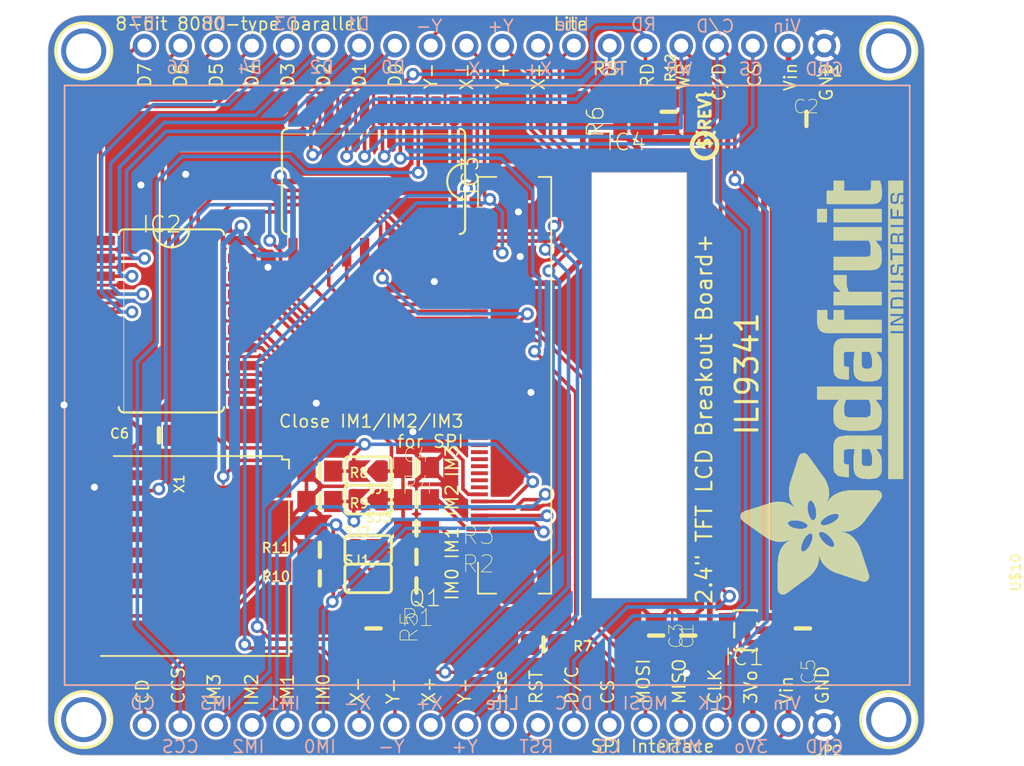
<source format=kicad_pcb>
(kicad_pcb (version 20221018) (generator pcbnew)
  (layers (0 "F.Cu" signal) (1 "In1.Cu" signal) (2 "In2.Cu" signal) (3 "In3.Cu" signal) (4 "In4.Cu" signal) (5 "In5.Cu" signal) (6 "In6.Cu" signal) (7 "In7.Cu" signal) (8 "In8.Cu" signal) (9 "In9.Cu" signal) (10 "In10.Cu" signal) (11 "In11.Cu" signal) (12 "In12.Cu" signal) (13 "In13.Cu" signal) (14 "In14.Cu" signal) (31 "B.Cu" signal) (34 "B.Paste" user) (35 "F.Paste" user) (36 "B.SilkS" user "B.Silkscreen") (37 "F.SilkS" user "F.Silkscreen") (38 "B.Mask" user) (39 "F.Mask" user) (44 "Edge.Cuts" user))
  (net 0 "")
  (net 1 "GND")
  (net 2 "LCD_RST")
  (net 3 "LCD_DATA7")
  (net 4 "LCD_DATA6")
  (net 5 "LCD_DATA5")
  (net 6 "LCD_DATA4")
  (net 7 "LCD_DATA3")
  (net 8 "LCD_DATA2")
  (net 9 "LCD_DATA1")
  (net 10 "LCD_DATA0")
  (net 11 "LCD_CS")
  (net 12 "LCD_WR")
  (net 13 "LCD_RD")
  (net 14 "LCD_RS")
  (net 15 "X+")
  (net 16 "Y+")
  (net 17 "X-")
  (net 18 "Y-")
  (net 19 "N$1")
  (net 20 "N$2")
  (net 21 "N$3")
  (net 22 "N$4")
  (net 23 "N$16")
  (net 24 "LITE")
  (net 25 "CS")
  (net 26 "RS_CLK")
  (net 27 "WR_DC")
  (net 28 "RD")
  (net 29 "RST")
  (net 30 "D0")
  (net 31 "D1")
  (net 32 "D2")
  (net 33 "D3")
  (net 34 "D4")
  (net 35 "D5")
  (net 36 "D6")
  (net 37 "D7")
  (net 38 "VIN")
  (net 39 "+3V")
  (net 40 "N$5")
  (net 41 "SDI_3V")
  (net 42 "MISO")
  (net 43 "MOSI")
  (net 44 "IM0")
  (net 45 "IM1")
  (net 46 "IM2")
  (net 47 "IM3")
  (net 48 "SD_CS")
  (net 49 "SD_CS_3V")
  (net 50 "CARDDET")
  (footprint "working:FIDUCIAL_1MM" (layer "F.Cu") (at 118.6561 84.1756)
    (fp_text reference "U$11" hide)
    (fp_text value "FIDUCIAL\"\"" hide)
  )
  (footprint "working:0805-NO" (layer "F.Cu") (at 140.5001 122.2756 90)
    (fp_text reference "R5")
    (fp_text value "1K")
  )
  (footprint "working:SOLDERJUMPER_ARROW_NOPASTE" (layer "F.Cu") (at 140.1191 113.1316 180)
    (fp_text reference "SJ3")
    (fp_text value "")
  )
  (footprint "working:0805-NO" (layer "F.Cu") (at 143.5481 113.1316)
    (fp_text reference "R4")
    (fp_text value "10")
  )
  (footprint "working:SOLDERJUMPER_ARROW_NOPASTE" (layer "F.Cu") (at 140.1191 118.7196)
    (fp_text reference "SJ1")
    (fp_text value "")
  )
  (footprint "working:0805-NO" (layer "F.Cu") (at 160.5661 122.7836 90)
    (fp_text reference "C1")
    (fp_text value "0.1uF")
  )
  (footprint "working:0805-NO" (layer "F.Cu") (at 125.2601 108.5596 180)
    (fp_text reference "C6")
    (fp_text value "10uF")
  )
  (footprint "working:R0805" (layer "F.Cu") (at 154.9781 85.6996 -90)
    (fp_text reference "R6")
    (fp_text value "10K")
  )
  (footprint "working:SOT23-BEC" (layer "F.Cu") (at 143.8021 122.2756 -90)
    (fp_text reference "Q1")
    (fp_text value "MMBT2222")
  )
  (footprint "working:0805-NO" (layer "F.Cu") (at 162.8521 122.7836 90)
    (fp_text reference "C3")
    (fp_text value "10uF")
  )
  (footprint "working:MOUNTINGHOLE_2.5_PLATED" (layer "F.Cu") (at 177.0761 128.7526)
    (fp_text reference "U$15" hide)
    (fp_text value "MOUNTINGHOLE2.5" hide)
  )
  (footprint "working:MOUNTINGHOLE_2.5_PLATED" (layer "F.Cu") (at 119.9261 128.7526)
    (fp_text reference "U$7" hide)
    (fp_text value "MOUNTINGHOLE2.5" hide)
  )
  (footprint "working:0805-NO" (layer "F.Cu") (at 152.5651 123.4186)
    (fp_text reference "R7")
    (fp_text value "1K")
  )
  (footprint "working:0805-NO" (layer "F.Cu") (at 136.6901 113.2586)
    (fp_text reference "R9")
    (fp_text value "10K")
  )
  (footprint "working:0805-NO" (layer "F.Cu") (at 143.5481 117.1956)
    (fp_text reference "R2")
    (fp_text value "10")
  )
  (footprint "working:SOLDERJUMPER_ARROW_NOPASTE" (layer "F.Cu") (at 140.1191 111.0996 180)
    (fp_text reference "SJ4")
    (fp_text value "")
  )
  (footprint "working:ADAFRUIT_TEXT_30MM" (layer "F.Cu") (at 178.0921 120.1166 90)
    (fp_text reference "U$19" hide)
    (fp_text value "" hide)
  )
  (footprint "working:FIDUCIAL_1MM" (layer "F.Cu") (at 118.6561 125.8316)
    (fp_text reference "U$23" hide)
    (fp_text value "FIDUCIAL\"\"" hide)
  )
  (footprint "working:MICROSD" (layer "F.Cu") (at 134.4041 110.0836 -90)
    (fp_text reference "X1")
    (fp_text value "")
  )
  (footprint "working:PCBFEAT-REV-040" (layer "F.Cu") (at 163.9951 87.9856 90)
    (fp_text reference "U$26" hide)
    (fp_text value "" hide)
  )
  (footprint "working:0805-NO" (layer "F.Cu") (at 143.5481 119.2276)
    (fp_text reference "R1")
    (fp_text value "10")
  )
  (footprint "working:1X20_ROUND" (layer "F.Cu") (at 148.3741 80.8736 180)
    (fp_text reference "JP1")
    (fp_text value "")
  )
  (footprint "working:0805-NO" (layer "F.Cu") (at 136.6901 116.6876 180)
    (fp_text reference "R11")
    (fp_text value "10K")
  )
  (footprint "working:0805-NO" (layer "F.Cu") (at 136.6901 111.0996)
    (fp_text reference "R8")
    (fp_text value "10K")
  )
  (footprint "working:1X20_ROUND" (layer "F.Cu") (at 148.3741 129.1336 180)
    (fp_text reference "JP2")
    (fp_text value "")
  )
  (footprint "working:SO20W" (layer "F.Cu") (at 126.1491 100.4316 -90)
    (fp_text reference "IC2")
    (fp_text value "74LVC245")
  )
  (footprint "working:0805-NO" (layer "F.Cu") (at 136.6901 118.7196 180)
    (fp_text reference "R10")
    (fp_text value "10K")
  )
  (footprint "working:SOT23-5L" (layer "F.Cu") (at 166.9161 122.4026 90)
    (fp_text reference "IC1")
    (fp_text value "MIC5225-3.3")
  )
  (footprint "working:FIDUCIAL_1MM" (layer "F.Cu") (at 174.4091 125.8316)
    (fp_text reference "U$9" hide)
    (fp_text value "FIDUCIAL\"\"" hide)
  )
  (footprint "working:SOLDERJUMPER_ARROW_NOPASTE" (layer "F.Cu") (at 140.1191 116.6876)
    (fp_text reference "SJ2")
    (fp_text value "")
  )
  (footprint "working:MOUNTINGHOLE_2.5_PLATED" (layer "F.Cu") (at 119.9261 81.2546)
    (fp_text reference "U$16" hide)
    (fp_text value "MOUNTINGHOLE2.5" hide)
  )
  (footprint "working:0805-NO" (layer "F.Cu") (at 170.9801 122.2756 90)
    (fp_text reference "C5")
    (fp_text value "10uF")
  )
  (footprint "working:SOT23" (layer "F.Cu") (at 158.0261 85.8266 180)
    (fp_text reference "IC4")
    (fp_text value "APX803-SAG")
  )
  (footprint "working:0805-NO" (layer "F.Cu") (at 143.5481 110.8456)
    (fp_text reference "C4")
    (fp_text value "0.1uF")
  )
  (footprint "working:MOUNTINGHOLE_2.5_PLATED" (layer "F.Cu") (at 177.0761 81.2546)
    (fp_text reference "U$17" hide)
    (fp_text value "MOUNTINGHOLE2.5" hide)
  )
  (footprint "working:SO20W" (layer "F.Cu") (at 140.5001 90.5256 180)
    (fp_text reference "IC3")
    (fp_text value "74LVC245")
  )
  (footprint "working:0805-NO" (layer "F.Cu") (at 171.2341 86.0806)
    (fp_text reference "C2")
    (fp_text value "10uF")
  )
  (footprint "working:0805-NO" (layer "F.Cu") (at 161.4551 85.5726 90)
    (fp_text reference "R12")
    (fp_text value "10K")
  )
  (footprint "working:0805-NO" (layer "F.Cu") (at 143.5481 115.1636)
    (fp_text reference "R3")
    (fp_text value "10")
  )
  (footprint "working:TFT_2.4IN_240X320_50PIN" (layer "B.Cu") (at 176.5681 105.0036 -90)
    (fp_text reference "U$10")
    (fp_text value "DISP_LCD_240X320_50PIN-2.4IN")
  )
  (gr_line (start 155.9941 89.8906) (end 162.7251 89.8906) (stroke (width 0.05)) (layer "Edge.Cuts"))
  (gr_line (start 119.9261 78.7146) (end 177.0761 78.7146) (stroke (width 0.05)) (layer "Edge.Cuts"))
  (gr_arc (start 117.3861 81.2546) (mid 118.130049 79.458549) (end 119.9261 78.7146) (stroke (width 0.05)) (layer "Edge.Cuts"))
  (gr_line (start 162.7251 89.8906) (end 162.7251 120.1166) (stroke (width 0.05)) (layer "Edge.Cuts"))
  (gr_line (start 117.3861 128.7526) (end 117.3861 81.2546) (stroke (width 0.05)) (layer "Edge.Cuts"))
  (gr_arc (start 119.9261 131.2926) (mid 118.130049 130.548651) (end 117.3861 128.7526) (stroke (width 0.05)) (layer "Edge.Cuts"))
  (gr_line (start 155.9941 120.1166) (end 155.9941 89.8906) (stroke (width 0.05)) (layer "Edge.Cuts"))
  (gr_line (start 162.7251 120.1166) (end 155.9941 120.1166) (stroke (width 0.05)) (layer "Edge.Cuts"))
  (gr_arc (start 179.6161 128.7526) (mid 178.872151 130.548651) (end 177.0761 131.2926) (stroke (width 0.05)) (layer "Edge.Cuts"))
  (gr_line (start 177.0761 131.2926) (end 119.9261 131.2926) (stroke (width 0.05)) (layer "Edge.Cuts"))
  (gr_arc (start 177.0761 78.7146) (mid 178.872151 79.458549) (end 179.6161 81.2546) (stroke (width 0.05)) (layer "Edge.Cuts"))
  (gr_line (start 179.6161 81.2546) (end 179.6161 128.7526) (stroke (width 0.05)) (layer "Edge.Cuts"))
  (gr_text "RST" (at 157.1371 82.0166) (layer "B.SilkS") (effects (font (size 0.89408 0.89408) (thickness 0.12192)) (justify top mirror)))
  (gr_text "C/D" (at 164.7571 78.9686) (layer "B.SilkS") (effects (font (size 0.89408 0.89408) (thickness 0.12192)) (justify top mirror)))
  (gr_text "D4" (at 131.7371 81.8896) (layer "B.SilkS") (effects (font (size 0.89408 0.89408) (thickness 0.12192)) (justify top mirror)))
  (gr_text "CD" (at 124.1171 128.1176) (layer "B.SilkS") (effects (font (size 0.89408 0.89408) (thickness 0.12192)) (justify bottom mirror)))
  (gr_text "GND" (at 172.5041 82.0166) (layer "B.SilkS") (effects (font (size 0.89408 0.89408) (thickness 0.12192)) (justify top mirror)))
  (gr_text "MISO" (at 162.2171 130.1496) (layer "B.SilkS") (effects (font (size 0.89408 0.89408) (thickness 0.12192)) (justify top mirror)))
  (gr_text "RST" (at 152.0571 130.1496) (layer "B.SilkS") (effects (font (size 0.89408 0.89408) (thickness 0.12192)) (justify top mirror)))
  (gr_text "X+" (at 152.1841 82.0166) (layer "B.SilkS") (effects (font (size 0.89408 0.89408) (thickness 0.12192)) (justify top mirror)))
  (gr_text "IM3" (at 129.3241 128.1176) (layer "B.SilkS") (effects (font (size 0.89408 0.89408) (thickness 0.12192)) (justify bottom mirror)))
  (gr_text "Y+" (at 149.5171 78.9686) (layer "B.SilkS") (effects (font (size 0.89408 0.89408) (thickness 0.12192)) (justify top mirror)))
  (gr_text "Lite" (at 149.6441 128.1176) (layer "B.SilkS") (effects (font (size 0.89408 0.89408) (thickness 0.12192)) (justify bottom mirror)))
  (gr_text "D1" (at 139.3571 79.8576) (layer "B.SilkS") (effects (font (size 0.89408 0.89408) (thickness 0.12192)) (justify bottom mirror)))
  (gr_text "IM1" (at 134.1501 128.1176) (layer "B.SilkS") (effects (font (size 0.89408 0.89408) (thickness 0.12192)) (justify bottom mirror)))
  (gr_text "IM0" (at 136.6901 130.1496) (layer "B.SilkS") (effects (font (size 0.89408 0.89408) (thickness 0.12192)) (justify top mirror)))
  (gr_text "Vin" (at 169.8371 128.1176) (layer "B.SilkS") (effects (font (size 0.89408 0.89408) (thickness 0.12192)) (justify bottom mirror)))
  (gr_text "Y-" (at 141.7701 130.1496) (layer "B.SilkS") (effects (font (size 0.89408 0.89408) (thickness 0.12192)) (justify top mirror)))
  (gr_text "CS" (at 157.1371 130.1496) (layer "B.SilkS") (effects (font (size 0.89408 0.89408) (thickness 0.12192)) (justify top mirror)))
  (gr_text "Lite" (at 154.5971 78.8416) (layer "B.SilkS") (effects (font (size 0.89408 0.89408) (thickness 0.12192)) (justify top mirror)))
  (gr_text "MOSI" (at 159.8041 128.1176) (layer "B.SilkS") (effects (font (size 0.89408 0.89408) (thickness 0.12192)) (justify bottom mirror)))
  (gr_text "X-" (at 147.1041 82.0166) (layer "B.SilkS") (effects (font (size 0.89408 0.89408) (thickness 0.12192)) (justify top mirror)))
  (gr_text "X-" (at 139.3571 128.1176) (layer "B.SilkS") (effects (font (size 0.89408 0.89408) (thickness 0.12192)) (justify bottom mirror)))
  (gr_text "CCS" (at 126.7841 130.1496) (layer "B.SilkS") (effects (font (size 0.89408 0.89408) (thickness 0.12192)) (justify top mirror)))
  (gr_text "Y-" (at 144.4371 78.9686) (layer "B.SilkS") (effects (font (size 0.89408 0.89408) (thickness 0.12192)) (justify top mirror)))
  (gr_text "RD" (at 159.6771 78.8416) (layer "B.SilkS") (effects (font (size 0.89408 0.89408) (thickness 0.12192)) (justify top mirror)))
  (gr_text "D5" (at 129.1971 79.8576) (layer "B.SilkS") (effects (font (size 0.89408 0.89408) (thickness 0.12192)) (justify bottom mirror)))
  (gr_text "X+" (at 144.4371 128.1176) (layer "B.SilkS") (effects (font (size 0.89408 0.89408) (thickness 0.12192)) (justify bottom mirror)))
  (gr_text "IM2" (at 131.6101 130.1496) (layer "B.SilkS") (effects (font (size 0.89408 0.89408) (thickness 0.12192)) (justify top mirror)))
  (gr_text "D2" (at 136.8171 81.8896) (layer "B.SilkS") (effects (font (size 0.89408 0.89408) (thickness 0.12192)) (justify top mirror)))
  (gr_text "D3" (at 134.2771 79.8576) (layer "B.SilkS") (effects (font (size 0.89408 0.89408) (thickness 0.12192)) (justify bottom mirror)))
  (gr_text "D7" (at 124.1171 79.8576) (layer "B.SilkS") (effects (font (size 0.89408 0.89408) (thickness 0.12192)) (justify bottom mirror)))
  (gr_text "D0" (at 141.8971 81.8896) (layer "B.SilkS") (effects (font (size 0.89408 0.89408) (thickness 0.12192)) (justify top mirror)))
  (gr_text "Y+" (at 146.9771 130.1496) (layer "B.SilkS") (effects (font (size 0.89408 0.89408) (thickness 0.12192)) (justify top mirror)))
  (gr_text "Vin" (at 169.8371 78.9686) (layer "B.SilkS") (effects (font (size 0.89408 0.89408) (thickness 0.12192)) (justify top mirror)))
  (gr_text "WR" (at 162.2171 82.0166) (layer "B.SilkS") (effects (font (size 0.89408 0.89408) (thickness 0.12192)) (justify top mirror)))
  (gr_text "CLK" (at 164.7571 128.1176) (layer "B.SilkS") (effects (font (size 0.89408 0.89408) (thickness 0.12192)) (justify bottom mirror)))
  (gr_text "D/C" (at 154.7241 128.1176) (layer "B.SilkS") (effects (font (size 0.89408 0.89408) (thickness 0.12192)) (justify bottom mirror)))
  (gr_text "CS" (at 167.2971 82.0166) (layer "B.SilkS") (effects (font (size 0.89408 0.89408) (thickness 0.12192)) (justify top mirror)))
  (gr_text "GND" (at 172.5041 130.1496) (layer "B.SilkS") (effects (font (size 0.89408 0.89408) (thickness 0.12192)) (justify top mirror)))
  (gr_text "D6" (at 126.6571 81.8896) (layer "B.SilkS") (effects (font (size 0.89408 0.89408) (thickness 0.12192)) (justify top mirror)))
  (gr_text "3Vo" (at 167.2971 130.1496) (layer "B.SilkS") (effects (font (size 0.89408 0.89408) (thickness 0.12192)) (justify top mirror)))
  (gr_text "Lite" (at 153.2001 79.8576) (layer "F.SilkS") (effects (font (size 0.89408 0.89408) (thickness 0.12192)) (justify left bottom)))
  (gr_text "2.4\" TFT LCD Breakout Board+" (at 164.6301 120.6246 90) (layer "F.SilkS") (effects (font (size 1.1176 1.1176) (thickness 0.1524)) (justify left bottom)))
  (gr_text "D2" (at 136.4361 82.0166 90) (layer "F.SilkS") (effects (font (size 0.89408 0.89408) (thickness 0.12192)) (justify right top)))
  (gr_text "IM0" (at 137.4521 127.8636 90) (layer "F.SilkS") (effects (font (size 0.89408 0.89408) (thickness 0.12192)) (justify left bottom)))
  (gr_text "RST" (at 155.9941 83.0326) (layer "F.SilkS") (effects (font (size 0.89408 0.89408) (thickness 0.12192)) (justify left bottom)))
  (gr_text "WR" (at 161.9631 82.0166 90) (layer "F.SilkS") (effects (font (size 0.89408 0.89408) (thickness 0.12192)) (justify right top)))
  (gr_text "IM2" (at 132.3721 127.8636 90) (layer "F.SilkS") (effects (font (size 0.89408 0.89408) (thickness 0.12192)) (justify left bottom)))
  (gr_text "GND" (at 172.1231 82.0166 90) (layer "F.SilkS") (effects (font (size 0.89408 0.89408) (thickness 0.12192)) (justify right top)))
  (gr_text "D5" (at 128.8161 82.0166 90) (layer "F.SilkS") (effects (font (size 0.89408 0.89408) (thickness 0.12192)) (justify right top)))
  (gr_text "Y+" (at 149.1361 82.0166 90) (layer "F.SilkS") (effects (font (size 0.89408 0.89408) (thickness 0.12192)) (justify right top)))
  (gr_text "IM3" (at 129.7051 127.8636 90) (layer "F.SilkS") (effects (font (size 0.89408 0.89408) (thickness 0.12192)) (justify left bottom)))
  (gr_text "D4" (at 131.3561 82.0166 90) (layer "F.SilkS") (effects (font (size 0.89408 0.89408) (thickness 0.12192)) (justify right top)))
  (gr_text "GND" (at 172.8851 127.7366 90) (layer "F.SilkS") (effects (font (size 0.89408 0.89408) (thickness 0.12192)) (justify left bottom)))
  (gr_text "X+" (at 151.6761 82.0166 90) (layer "F.SilkS") (effects (font (size 0.89408 0.89408) (thickness 0.12192)) (justify right top)))
  (gr_text "MOSI" (at 160.1851 127.7366 90) (layer "F.SilkS") (effects (font (size 0.89408 0.89408) (thickness 0.12192)) (justify left bottom)))
  (gr_text "Y-" (at 142.4051 127.7366 90) (layer "F.SilkS") (effects (font (size 0.89408 0.89408) (thickness 0.12192)) (justify left bottom)))
  (gr_text "CD" (at 124.6251 127.7366 90) (layer "F.SilkS") (effects (font (size 0.89408 0.89408) (thickness 0.12192)) (justify left bottom)))
  (gr_text "Close IM1/IM2/IM3\nfor SPI" (at 146.9771 107.0356) (layer "F.SilkS") (effects (font (size 0.89408 0.89408) (thickness 0.12192)) (justify right top)))
  (gr_text "D7" (at 123.7361 82.0166 90) (layer "F.SilkS") (effects (font (size 0.89408 0.89408) (thickness 0.12192)) (justify right top)))
  (gr_text "SPI Interface" (at 160.3121 131.1656) (layer "F.SilkS") (effects (font (size 0.89408 0.89408) (thickness 0.12192)) (justify bottom)))
  (gr_text "X+" (at 144.9451 127.7366 90) (layer "F.SilkS") (effects (font (size 0.89408 0.89408) (thickness 0.12192)) (justify left bottom)))
  (gr_text "D1" (at 138.9761 82.0166 90) (layer "F.SilkS") (effects (font (size 0.89408 0.89408) (thickness 0.12192)) (justify right top)))
  (gr_text "Vin" (at 169.5831 82.0166 90) (layer "F.SilkS") (effects (font (size 0.89408 0.89408) (thickness 0.12192)) (justify right top)))
  (gr_text "3Vo" (at 167.8051 127.7366 90) (layer "F.SilkS") (effects (font (size 0.89408 0.89408) (thickness 0.12192)) (justify left bottom)))
  (gr_text "Y-" (at 144.0561 82.0166 90) (layer "F.SilkS") (effects (font (size 0.89408 0.89408) (thickness 0.12192)) (justify right top)))
  (gr_text "CCS" (at 127.1651 127.7366 90) (layer "F.SilkS") (effects (font (size 0.89408 0.89408) (thickness 0.12192)) (justify left bottom)))
  (gr_text "Y+" (at 147.4851 127.7366 90) (layer "F.SilkS") (effects (font (size 0.89408 0.89408) (thickness 0.12192)) (justify left bottom)))
  (gr_text "X-" (at 146.5961 82.0166 90) (layer "F.SilkS") (effects (font (size 0.89408 0.89408) (thickness 0.12192)) (justify right top)))
  (gr_text "RST" (at 152.5651 127.7366 90) (layer "F.SilkS") (effects (font (size 0.89408 0.89408) (thickness 0.12192)) (justify left bottom)))
  (gr_text "D6" (at 126.2761 82.0166 90) (layer "F.SilkS") (effects (font (size 0.89408 0.89408) (thickness 0.12192)) (justify right top)))
  (gr_text "CLK" (at 165.2651 127.7366 90) (layer "F.SilkS") (effects (font (size 0.89408 0.89408) (thickness 0.12192)) (justify left bottom)))
  (gr_text "8-bit 8080-type parallel" (at 122.0851 79.8576) (layer "F.SilkS") (effects (font (size 0.89408 0.89408) (thickness 0.12192)) (justify left bottom)))
  (gr_text "CS" (at 167.0431 82.0166 90) (layer "F.SilkS") (effects (font (size 0.89408 0.89408) (thickness 0.12192)) (justify right top)))
  (gr_text "CS" (at 157.6451 127.7366 90) (layer "F.SilkS") (effects (font (size 0.89408 0.89408) (thickness 0.12192)) (justify left bottom)))
  (gr_text "IM1" (at 146.5961 117.4496 90) (layer "F.SilkS") (effects (font (size 0.89408 0.89408) (thickness 0.12192)) (justify left bottom)))
  (gr_text "D/C" (at 155.1051 127.7366 90) (layer "F.SilkS") (effects (font (size 0.89408 0.89408) (thickness 0.12192)) (justify left bottom)))
  (gr_text "IM0" (at 146.5961 120.3706 90) (layer "F.SilkS") (effects (font (size 0.89408 0.89408) (thickness 0.12192)) (justify left bottom)))
  (gr_text "X-" (at 139.8651 127.7366 90) (layer "F.SilkS") (effects (font (size 0.89408 0.89408) (thickness 0.12192)) (justify left bottom)))
  (gr_text "IM3" (at 146.5961 111.6076 90) (layer "F.SilkS") (effects (font (size 0.89408 0.89408) (thickness 0.12192)) (justify left bottom)))
  (gr_text "D0" (at 141.5161 82.0166 90) (layer "F.SilkS") (effects (font (size 0.89408 0.89408) (thickness 0.12192)) (justify right top)))
  (gr_text "MISO" (at 162.7251 127.7366 90) (layer "F.SilkS") (effects (font (size 0.89408 0.89408) (thickness 0.12192)) (justify left bottom)))
  (gr_text "D3" (at 133.8961 82.0166 90) (layer "F.SilkS") (effects (font (size 0.89408 0.89408) (thickness 0.12192)) (justify right top)))
  (gr_text "C/D" (at 164.5031 82.0166 90) (layer "F.SilkS") (effects (font (size 0.89408 0.89408) (thickness 0.12192)) (justify right top)))
  (gr_text "ILI9341" (at 167.9321 108.6866 90) (layer "F.SilkS") (effects (font (size 1.56464 1.56464) (thickness 0.21336)) (justify left bottom)))
  (gr_text "IM1" (at 134.9121 127.8636 90) (layer "F.SilkS") (effects (font (size 0.89408 0.89408) (thickness 0.12192)) (justify left bottom)))
  (gr_text "IM2" (at 146.5961 114.4016 90) (layer "F.SilkS") (effects (font (size 0.89408 0.89408) (thickness 0.12192)) (justify left bottom)))
  (gr_text "RD" (at 159.4231 82.0166 90) (layer "F.SilkS") (effects (font (size 0.89408 0.89408) (thickness 0.12192)) (justify right top)))
  (gr_text "Lite" (at 150.0251 127.7366 90) (layer "F.SilkS") (effects (font (size 0.89408 0.89408) (thickness 0.12192)) (justify left bottom)))
  (gr_text "Vin" (at 170.3451 127.7366 90) (layer "F.SilkS") (effects (font (size 0.89408 0.89408) (thickness 0.12192)) (justify left bottom)))
  (segment (start 135.7401 111.0996) (end 135.7401 113.2586) (width 0.254) (layer "F.Cu") (net 1))
  (segment (start 151.1681 93.7536) (end 148.0171 93.7536) (width 0.254) (layer "F.Cu") (net 1))
  (segment (start 135.7401 116.6876) (end 135.7401 118.7196) (width 0.254) (layer "F.Cu") (net 1))
  (segment (start 151.1681 93.2536) (end 151.1681 93.7536) (width 0.254) (layer "F.Cu") (net 1))
  (segment (start 148.0171 93.2536) (end 151.1681 93.2536) (width 0.254) (layer "F.Cu") (net 1))
  (segment (start 135.7401 113.2586) (end 135.7401 116.6876) (width 0.254) (layer "F.Cu") (net 1))
  (segment (start 151.1681 92.7536) (end 151.1681 93.2536) (width 0.254) (layer "F.Cu") (net 1))
  (segment (start 148.0171 92.7536) (end 151.1681 92.7536) (width 0.254) (layer "F.Cu") (net 1))
  (via (at 136.4361 106.2736) (size 0.9064) (drill 0.5) (layers "F.Cu" "B.Cu") (net 1))
  (via (at 150.7871 92.6846) (size 0.9064) (drill 0.5) (layers "F.Cu" "B.Cu") (net 1))
  (via (at 144.8181 97.6376) (size 0.9064) (drill 0.5) (layers "F.Cu" "B.Cu") (net 1))
  (via (at 151.6761 105.5116) (size 0.9064) (drill 0.5) (layers "F.Cu" "B.Cu") (net 1))
  (via (at 120.6881 112.2426) (size 0.9064) (drill 0.5) (layers "F.Cu" "B.Cu") (net 1))
  (via (at 127.1651 90.0176) (size 0.9064) (drill 0.5) (layers "F.Cu" "B.Cu") (net 1))
  (via (at 150.9141 95.8596) (size 0.9064) (drill 0.5) (layers "F.Cu" "B.Cu") (net 1))
  (via (at 123.9901 90.7796) (size 0.9064) (drill 0.5) (layers "F.Cu" "B.Cu") (net 1))
  (via (at 133.0071 96.6216) (size 0.9064) (drill 0.5) (layers "F.Cu" "B.Cu") (net 1))
  (via (at 162.7251 125.4506) (size 0.9064) (drill 0.5) (layers "F.Cu" "B.Cu") (net 1))
  (via (at 143.2941 108.3056) (size 0.9064) (drill 0.5) (layers "F.Cu" "B.Cu") (net 1))
  (via (at 118.5291 106.4006) (size 0.9064) (drill 0.5) (layers "F.Cu" "B.Cu") (net 1))
  (segment (start 135.8011 107.4166) (end 143.9291 107.4166) (width 0.254) (layer "F.Cu") (net 2))
  (segment (start 146.8501 110.3376) (end 146.8501 112.3696) (width 0.254) (layer "F.Cu") (net 2))
  (segment (start 130.7211 92.6846) (end 129.3241 94.0816) (width 0.254) (layer "F.Cu") (net 2))
  (segment (start 133.7691 109.4486) (end 135.8011 107.4166) (width 0.254) (layer "F.Cu") (net 2))
  (segment (start 148.0141 112.7506) (end 148.0171 112.7536) (width 0.254) (layer "F.Cu") (net 2))
  (segment (start 147.2311 112.7506) (end 148.0141 112.7506) (width 0.254) (layer "F.Cu") (net 2))
  (segment (start 143.9291 107.4166) (end 146.8501 110.3376) (width 0.254) (layer "F.Cu") (net 2))
  (segment (start 129.3241 94.0816) (end 129.3241 108.6866) (width 0.254) (layer "F.Cu") (net 2))
  (segment (start 146.8501 112.3696) (end 147.2311 112.7506) (width 0.254) (layer "F.Cu") (net 2))
  (segment (start 129.3241 108.6866) (end 130.0861 109.4486) (width 0.254) (layer "F.Cu") (net 2))
  (segment (start 134.7851 95.5548) (end 134.7851 92.6846) (width 0.254) (layer "F.Cu") (net 2))
  (segment (start 134.7851 92.6846) (end 130.7211 92.6846) (width 0.254) (layer "F.Cu") (net 2))
  (segment (start 130.0861 109.4486) (end 133.7691 109.4486) (width 0.254) (layer "F.Cu") (net 2))
  (segment (start 132.6261 106.1466) (end 131.1783 106.1466) (width 0.254) (layer "F.Cu") (net 3))
  (segment (start 133.5191 105.2536) (end 132.6261 106.1466) (width 0.254) (layer "F.Cu") (net 3))
  (segment (start 148.0171 105.2536) (end 133.5191 105.2536) (width 0.254) (layer "F.Cu") (net 3))
  (segment (start 131.3013 104.7536) (end 131.1783 104.8766) (width 0.254) (layer "F.Cu") (net 4))
  (segment (start 148.0171 104.7536) (end 131.3013 104.7536) (width 0.254) (layer "F.Cu") (net 4))
  (segment (start 132.6261 103.6066) (end 131.1783 103.6066) (width 0.254) (layer "F.Cu") (net 5))
  (segment (start 132.6261 103.6306) (end 132.6261 103.6066) (width 0.254) (layer "F.Cu") (net 5))
  (segment (start 133.2491 104.2536) (end 132.6261 103.6306) (width 0.254) (layer "F.Cu") (net 5))
  (segment (start 148.0171 104.2536) (end 133.2491 104.2536) (width 0.254) (layer "F.Cu") (net 5))
  (segment (start 133.9523 103.7536) (end 132.5353 102.3366) (width 0.254) (layer "F.Cu") (net 6))
  (segment (start 132.5353 102.3366) (end 131.1783 102.3366) (width 0.254) (layer "F.Cu") (net 6))
  (segment (start 148.0171 103.7536) (end 133.9523 103.7536) (width 0.254) (layer "F.Cu") (net 6))
  (segment (start 132.4991 101.0666) (end 131.1783 101.0666) (width 0.254) (layer "F.Cu") (net 7))
  (segment (start 148.0171 103.2536) (end 134.6861 103.2536) (width 0.254) (layer "F.Cu") (net 7))
  (segment (start 134.6861 103.2536) (end 132.4991 101.0666) (width 0.254) (layer "F.Cu") (net 7))
  (segment (start 148.0171 102.7536) (end 135.2021 102.7536) (width 0.254) (layer "F.Cu") (net 8))
  (segment (start 132.2451 99.7966) (end 131.1783 99.7966) (width 0.254) (layer "F.Cu") (net 8))
  (segment (start 135.2021 102.7536) (end 132.2451 99.7966) (width 0.254) (layer "F.Cu") (net 8))
  (segment (start 132.1181 98.5266) (end 131.1783 98.5266) (width 0.254) (layer "F.Cu") (net 9))
  (segment (start 135.8451 102.2536) (end 132.1181 98.5266) (width 0.254) (layer "F.Cu") (net 9))
  (segment (start 148.0171 102.2536) (end 135.8451 102.2536) (width 0.254) (layer "F.Cu") (net 9))
  (segment (start 132.2451 97.2566) (end 131.1783 97.2566) (width 0.254) (layer "F.Cu") (net 10))
  (segment (start 148.0171 101.7536) (end 136.7421 101.7536) (width 0.254) (layer "F.Cu") (net 10))
  (segment (start 136.7421 101.7536) (end 132.2451 97.2566) (width 0.254) (layer "F.Cu") (net 10))
  (segment (start 148.0171 98.7536) (end 141.1081 98.7536) (width 0.254) (layer "F.Cu") (net 11))
  (segment (start 141.1081 98.7536) (end 139.8651 97.5106) (width 0.254) (layer "F.Cu") (net 11))
  (segment (start 139.8651 97.5106) (end 139.8651 95.5548) (width 0.254) (layer "F.Cu") (net 11))
  (segment (start 137.3251 97.8916) (end 137.3251 95.5548) (width 0.254) (layer "F.Cu") (net 12))
  (segment (start 148.0171 99.7536) (end 139.1871 99.7536) (width 0.254) (layer "F.Cu") (net 12))
  (segment (start 139.1871 99.7536) (end 137.3251 97.8916) (width 0.254) (layer "F.Cu") (net 12))
  (segment (start 148.0171 100.2536) (end 138.4171 100.2536) (width 0.254) (layer "F.Cu") (net 13))
  (segment (start 136.0551 97.8916) (end 136.0551 95.5548) (width 0.254) (layer "F.Cu") (net 13))
  (segment (start 138.4171 100.2536) (end 136.0551 97.8916) (width 0.254) (layer "F.Cu") (net 13))
  (segment (start 130.3401 92.1766) (end 137.8331 92.1766) (width 0.254) (layer "F.Cu") (net 14))
  (segment (start 138.5951 92.9386) (end 138.5951 95.5548) (width 0.254) (layer "F.Cu") (net 14))
  (segment (start 123.7641 114.6836) (end 121.8031 114.6836) (width 0.254) (layer "F.Cu") (net 14))
  (segment (start 148.0171 99.2536) (end 140.2111 99.2536) (width 0.254) (layer "F.Cu") (net 14))
  (segment (start 128.8161 93.7006) (end 130.3401 92.1766) (width 0.254) (layer "F.Cu") (net 14))
  (segment (start 122.0851 121.3866) (end 126.5301 121.3866) (width 0.254) (layer "F.Cu") (net 14))
  (segment (start 126.5301 121.3866) (end 128.8161 119.1006) (width 0.254) (layer "F.Cu") (net 14))
  (segment (start 128.8161 119.1006) (end 128.8161 93.7006) (width 0.254) (layer "F.Cu") (net 14))
  (segment (start 138.5951 97.6376) (end 138.5951 95.5548) (width 0.254) (layer "F.Cu") (net 14))
  (segment (start 140.2111 99.2536) (end 138.5951 97.6376) (width 0.254) (layer "F.Cu") (net 14))
  (segment (start 137.8331 92.1766) (end 138.5951 92.9386) (width 0.254) (layer "F.Cu") (net 14))
  (segment (start 120.5611 119.8626) (end 122.0851 121.3866) (width 0.254) (layer "F.Cu") (net 14))
  (segment (start 120.5611 115.9256) (end 120.5611 119.8626) (width 0.254) (layer "F.Cu") (net 14))
  (segment (start 121.8031 114.6836) (end 120.5611 115.9256) (width 0.254) (layer "F.Cu") (net 14))
  (segment (start 154.2161 88.6206) (end 154.2161 93.9546) (width 0.254) (layer "F.Cu") (net 15))
  (segment (start 152.6921 95.3516) (end 152.6921 94.7536) (width 0.254) (layer "F.Cu") (net 15))
  (segment (start 153.4171 94.7536) (end 152.6921 94.7536) (width 0.254) (layer "F.Cu") (net 15))
  (segment (start 152.6921 94.7536) (end 148.0171 94.7536) (width 0.254) (layer "F.Cu") (net 15))
  (segment (start 154.2161 93.9546) (end 153.4171 94.7536) (width 0.254) (layer "F.Cu") (net 15))
  (segment (start 153.0731 81.7626) (end 152.1841 80.8736) (width 0.254) (layer "F.Cu") (net 15))
  (segment (start 153.0731 81.7626) (end 153.0731 87.4776) (width 0.254) (layer "F.Cu") (net 15))
  (segment (start 153.0731 87.4776) (end 154.2161 88.6206) (width 0.254) (layer "F.Cu") (net 15))
  (via (at 152.6921 95.3516) (size 0.9064) (drill 0.5) (layers "F.Cu" "B.Cu") (net 15))
  (segment (start 154.3431 97.0026) (end 152.6921 95.3516) (width 0.254) (layer "B.Cu") (net 15))
  (segment (start 154.3431 119.3546) (end 154.3431 97.0026) (width 0.254) (layer "B.Cu") (net 15))
  (segment (start 144.5641 129.1336) (end 154.3431 119.3546) (width 0.254) (layer "B.Cu") (net 15))
  (segment (start 153.3271 94.0816) (end 153.7081 93.7006) (width 0.254) (layer "F.Cu") (net 16))
  (segment (start 151.6761 86.8426) (end 153.7081 88.8746) (width 0.254) (layer "F.Cu") (net 16))
  (segment (start 153.3271 94.0816) (end 153.1551 94.2536) (width 0.254) (layer "F.Cu") (net 16))
  (segment (start 153.3271 93.7006) (end 153.3271 94.0816) (width 0.254) (layer "F.Cu") (net 16))
  (segment (start 153.1551 94.2536) (end 148.0171 94.2536) (width 0.254) (layer "F.Cu") (net 16))
  (segment (start 153.7081 88.8746) (end 153.7081 93.7006) (width 0.254) (layer "F.Cu") (net 16))
  (segment (start 151.6761 82.9056) (end 149.6441 80.8736) (width 0.254) (layer "F.Cu") (net 16))
  (segment (start 151.6761 82.9056) (end 151.6761 86.8426) (width 0.254) (layer "F.Cu") (net 16))
  (via (at 153.3271 93.7006) (size 0.9064) (drill 0.5) (layers "F.Cu" "B.Cu") (net 16))
  (segment (start 147.1041 129.1336) (end 154.9781 121.2596) (width 0.254) (layer "B.Cu") (net 16))
  (segment (start 153.3271 94.8436) (end 153.3271 93.7006) (width 0.254) (layer "B.Cu") (net 16))
  (segment (start 154.9781 96.4946) (end 153.3271 94.8436) (width 0.254) (layer "B.Cu") (net 16))
  (segment (start 154.9781 121.2596) (end 154.9781 96.4946) (width 0.254) (layer "B.Cu") (net 16))
  (segment (start 148.0171 95.7536) (end 146.9981 95.7536) (width 0.254) (layer "F.Cu") (net 17))
  (segment (start 146.9771 95.7326) (end 146.9771 91.1606) (width 0.254) (layer "F.Cu") (net 17))
  (segment (start 147.8661 81.6356) (end 147.1041 80.8736) (width 0.254) (layer "F.Cu") (net 17))
  (segment (start 136.8171 123.6726) (end 131.6101 123.6726) (width 0.254) (layer "F.Cu") (net 17))
  (segment (start 146.9981 95.7536) (end 146.9771 95.7326) (width 0.254) (layer "F.Cu") (net 17))
  (segment (start 139.4841 129.1336) (end 139.4841 126.3396) (width 0.254) (layer "F.Cu") (net 17))
  (segment (start 147.8661 90.2716) (end 147.1041 91.0336) (width 0.254) (layer "F.Cu") (net 17))
  (segment (start 147.8661 81.6356) (end 147.8661 90.2716) (width 0.254) (layer "F.Cu") (net 17))
  (segment (start 131.6101 123.6726) (end 131.3561 123.4186) (width 0.254) (layer "F.Cu") (net 17))
  (segment (start 139.4841 126.3396) (end 136.8171 123.6726) (width 0.254) (layer "F.Cu") (net 17))
  (segment (start 146.9771 91.1606) (end 147.1041 91.0336) (width 0.254) (layer "F.Cu") (net 17))
  (via (at 131.3561 123.4186) (size 0.9064) (drill 0.5) (layers "F.Cu" "B.Cu") (net 17))
  (via (at 147.1041 91.0336) (size 0.9064) (drill 0.5) (layers "F.Cu" "B.Cu") (net 17))
  (segment (start 146.5961 91.5416) (end 147.1041 91.0336) (width 0.254) (layer "B.Cu") (net 17))
  (segment (start 142.9131 91.5416) (end 146.5961 91.5416) (width 0.254) (layer "B.Cu") (net 17))
  (segment (start 131.3561 103.0986) (end 142.9131 91.5416) (width 0.254) (layer "B.Cu") (net 17))
  (segment (start 131.3561 123.4186) (end 131.3561 103.0986) (width 0.254) (layer "B.Cu") (net 17))
  (segment (start 133.1341 123.0376) (end 132.2451 122.1486) (width 0.254) (layer "F.Cu") (net 18))
  (segment (start 144.5641 80.8736) (end 144.5641 80.3656) (width 0.254) (layer "F.Cu") (net 18))
  (segment (start 144.5641 80.3656) (end 145.3261 79.6036) (width 0.254) (layer "F.Cu") (net 18))
  (segment (start 148.3741 80.2386) (end 148.3741 91.5416) (width 0.254) (layer "F.Cu") (net 18))
  (segment (start 137.5791 123.0376) (end 133.1341 123.0376) (width 0.254) (layer "F.Cu") (net 18))
  (segment (start 142.0241 127.4826) (end 137.5791 123.0376) (width 0.254) (layer "F.Cu") (net 18))
  (segment (start 148.7551 91.7956) (end 148.5011 91.5416) (width 0.254) (layer "F.Cu") (net 18))
  (segment (start 148.0171 95.2536) (end 149.2921 95.2536) (width 0.254) (layer "F.Cu") (net 18))
  (segment (start 145.3261 79.6036) (end 147.7391 79.6036) (width 0.254) (layer "F.Cu") (net 18))
  (segment (start 142.0241 129.1336) (end 142.0241 127.4826) (width 0.254) (layer "F.Cu") (net 18))
  (segment (start 149.2921 95.2536) (end 149.6441 95.6056) (width 0.254) (layer "F.Cu") (net 18))
  (segment (start 148.5011 91.5416) (end 148.3741 91.5416) (width 0.254) (layer "F.Cu") (net 18))
  (segment (start 147.7391 79.6036) (end 148.3741 80.2386) (width 0.254) (layer "F.Cu") (net 18))
  (via (at 149.6441 95.6056) (size 0.9064) (drill 0.5) (layers "F.Cu" "B.Cu") (net 18))
  (via (at 132.2451 122.1486) (size 0.9064) (drill 0.5) (layers "F.Cu" "B.Cu") (net 18))
  (via (at 148.7551 91.7956) (size 0.9064) (drill 0.5) (layers "F.Cu" "B.Cu") (net 18))
  (segment (start 149.6441 95.6056) (end 149.6441 92.6846) (width 0.254) (layer "B.Cu") (net 18))
  (segment (start 148.3741 92.0496) (end 148.6281 91.7956) (width 0.254) (layer "B.Cu") (net 18))
  (segment (start 149.6441 92.6846) (end 148.7551 91.7956) (width 0.254) (layer "B.Cu") (net 18))
  (segment (start 143.5481 92.0496) (end 148.3741 92.0496) (width 0.254) (layer "B.Cu") (net 18))
  (segment (start 132.2451 122.1486) (end 132.2451 103.3526) (width 0.254) (layer "B.Cu") (net 18))
  (segment (start 148.6281 91.7956) (end 148.7551 91.7956) (width 0.254) (layer "B.Cu") (net 18))
  (segment (start 132.2451 103.3526) (end 143.5481 92.0496) (width 0.254) (layer "B.Cu") (net 18))
  (segment (start 147.1941 115.2536) (end 145.0721 113.1316) (width 0.254) (layer "F.Cu") (net 19))
  (segment (start 148.0171 115.2536) (end 147.1941 115.2536) (width 0.254) (layer "F.Cu") (net 19))
  (segment (start 145.0721 113.1316) (end 144.4981 113.1316) (width 0.254) (layer "F.Cu") (net 19))
  (segment (start 144.5641 119.2276) (end 144.4981 119.2276) (width 0.254) (layer "F.Cu") (net 20))
  (segment (start 148.0171 116.7536) (end 147.0381 116.7536) (width 0.254) (layer "F.Cu") (net 20))
  (segment (start 147.0381 116.7536) (end 144.5641 119.2276) (width 0.254) (layer "F.Cu") (net 20))
  (segment (start 145.4531 117.1956) (end 144.4981 117.1956) (width 0.254) (layer "F.Cu") (net 21))
  (segment (start 148.0171 116.2536) (end 146.3951 116.2536) (width 0.254) (layer "F.Cu") (net 21))
  (segment (start 146.3951 116.2536) (end 145.4531 117.1956) (width 0.254) (layer "F.Cu") (net 21))
  (segment (start 145.9161 115.7536) (end 145.3261 115.1636) (width 0.254) (layer "F.Cu") (net 22))
  (segment (start 145.3261 115.1636) (end 144.4981 115.1636) (width 0.254) (layer "F.Cu") (net 22))
  (segment (start 148.0171 115.7536) (end 145.9161 115.7536) (width 0.254) (layer "F.Cu") (net 22))
  (segment (start 142.7021 121.3256) (end 140.5001 121.3256) (width 0.254) (layer "F.Cu") (net 23))
  (segment (start 145.5801 125.3896) (end 149.6441 125.3896) (width 0.254) (layer "F.Cu") (net 24))
  (segment (start 151.6151 123.4186) (end 149.6441 125.3896) (width 0.254) (layer "F.Cu") (net 24))
  (segment (start 142.6641 125.3896) (end 145.5801 125.3896) (width 0.254) (layer "F.Cu") (net 24))
  (segment (start 154.7241 88.3666) (end 154.7241 95.0976) (width 0.254) (layer "F.Cu") (net 24))
  (segment (start 153.7081 87.3506) (end 154.7241 88.3666) (width 0.254) (layer "F.Cu") (net 24))
  (segment (start 149.6441 125.3896) (end 149.6441 129.1336) (width 0.254) (layer "F.Cu") (net 24))
  (segment (start 153.7081 81.8896) (end 154.7241 80.8736) (width 0.254) (layer "F.Cu") (net 24))
  (segment (start 140.5001 123.2256) (end 142.6641 125.3896) (width 0.254) (layer "F.Cu") (net 24))
  (segment (start 154.7241 95.0976) (end 152.9461 96.8756) (width 0.254) (layer "F.Cu") (net 24))
  (segment (start 153.7081 81.8896) (end 153.7081 87.3506) (width 0.254) (layer "F.Cu") (net 24))
  (via (at 145.5801 125.3896) (size 0.9064) (drill 0.5) (layers "F.Cu" "B.Cu") (net 24))
  (via (at 152.9461 96.8756) (size 0.9064) (drill 0.5) (layers "F.Cu" "B.Cu") (net 24))
  (segment (start 152.9461 96.8756) (end 153.7081 97.6376) (width 0.254) (layer "B.Cu") (net 24))
  (segment (start 153.7081 97.6376) (end 153.7081 116.8146) (width 0.254) (layer "B.Cu") (net 24))
  (segment (start 153.7081 116.8146) (end 145.5801 124.9426) (width 0.254) (layer "B.Cu") (net 24))
  (segment (start 145.5801 124.9426) (end 145.5801 125.3896) (width 0.254) (layer "B.Cu") (net 24))
  (segment (start 141.2621 88.7476) (end 141.1351 88.6206) (width 0.254) (layer "F.Cu") (net 25))
  (segment (start 141.1351 88.6206) (end 141.1351 85.4964) (width 0.254) (layer "F.Cu") (net 25))
  (via (at 141.2621 88.7476) (size 0.9064) (drill 0.5) (layers "F.Cu" "B.Cu") (net 25))
  (segment (start 158.9151 121.3866) (end 165.9001 121.3866) (width 0.254) (layer "B.Cu") (net 25))
  (segment (start 164.8841 87.8586) (end 142.1511 87.8586) (width 0.254) (layer "B.Cu") (net 25))
  (segment (start 165.9001 121.3866) (end 166.9161 120.3706) (width 0.254) (layer "B.Cu") (net 25))
  (segment (start 166.9161 120.3706) (end 166.9161 93.9546) (width 0.254) (layer "B.Cu") (net 25))
  (segment (start 164.8841 91.9226) (end 164.8841 87.8586) (width 0.254) (layer "B.Cu") (net 25))
  (segment (start 167.4241 80.8736) (end 167.4241 86.5886) (width 0.254) (layer "B.Cu") (net 25))
  (segment (start 157.2641 123.0376) (end 158.9151 121.3866) (width 0.254) (layer "B.Cu") (net 25))
  (segment (start 142.1511 87.8586) (end 141.2621 88.7476) (width 0.254) (layer "B.Cu") (net 25))
  (segment (start 166.1541 87.8586) (end 164.8841 87.8586) (width 0.254) (layer "B.Cu") (net 25))
  (segment (start 166.9161 93.9546) (end 164.8841 91.9226) (width 0.254) (layer "B.Cu") (net 25))
  (segment (start 167.4241 86.5886) (end 166.1541 87.8586) (width 0.254) (layer "B.Cu") (net 25))
  (segment (start 157.2641 129.1336) (end 157.2641 123.0376) (width 0.254) (layer "B.Cu") (net 25))
  (segment (start 165.0111 80.8736) (end 164.8841 80.8736) (width 0.254) (layer "F.Cu") (net 26))
  (segment (start 166.1541 82.0166) (end 165.0111 80.8736) (width 0.254) (layer "F.Cu") (net 26))
  (segment (start 166.1541 90.3986) (end 166.1541 82.0166) (width 0.254) (layer "F.Cu") (net 26))
  (segment (start 139.8651 88.7476) (end 139.8651 85.4964) (width 0.254) (layer "F.Cu") (net 26))
  (via (at 139.8651 88.7476) (size 0.9064) (drill 0.5) (layers "F.Cu" "B.Cu") (net 26))
  (via (at 166.1541 90.3986) (size 0.9064) (drill 0.5) (layers "F.Cu" "B.Cu") (net 26))
  (segment (start 141.2621 87.3506) (end 139.8651 88.7476) (width 0.254) (layer "B.Cu") (net 26))
  (segment (start 164.8841 129.1336) (end 165.7731 128.2446) (width 0.254) (layer "B.Cu") (net 26))
  (segment (start 168.4401 121.7676) (end 165.7731 124.4346) (width 0.254) (layer "B.Cu") (net 26))
  (segment (start 168.4401 92.6846) (end 168.4401 121.7676) (width 0.254) (layer "B.Cu") (net 26))
  (segment (start 166.1541 90.3986) (end 168.4401 92.6846) (width 0.254) (layer "B.Cu") (net 26))
  (segment (start 163.4871 87.3506) (end 141.2621 87.3506) (width 0.254) (layer "B.Cu") (net 26))
  (segment (start 164.8841 80.8736) (end 164.8841 85.9536) (width 0.254) (layer "B.Cu") (net 26))
  (segment (start 164.8841 85.9536) (end 163.4871 87.3506) (width 0.254) (layer "B.Cu") (net 26))
  (segment (start 165.7731 124.4346) (end 165.7731 128.2446) (width 0.254) (layer "B.Cu") (net 26))
  (segment (start 162.3441 81.0006) (end 162.3441 80.8736) (width 0.254) (layer "F.Cu") (net 27))
  (segment (start 165.1381 83.7946) (end 165.1381 119.3546) (width 0.254) (layer "F.Cu") (net 27))
  (segment (start 138.5951 88.7476) (end 138.5951 85.4964) (width 0.254) (layer "F.Cu") (net 27))
  (segment (start 165.1381 83.7946) (end 162.3441 81.0006) (width 0.254) (layer "F.Cu") (net 27))
  (segment (start 165.1381 119.3546) (end 165.7731 119.9896) (width 0.254) (layer "F.Cu") (net 27))
  (via (at 165.7731 119.9896) (size 0.9064) (drill 0.5) (layers "F.Cu" "B.Cu") (net 27))
  (via (at 138.5951 88.7476) (size 0.9064) (drill 0.5) (layers "F.Cu" "B.Cu") (net 27))
  (segment (start 140.6271 86.7156) (end 138.5951 88.7476) (width 0.254) (layer "B.Cu") (net 27))
  (segment (start 154.7241 124.5616) (end 158.5341 120.7516) (width 0.254) (layer "B.Cu") (net 27))
  (segment (start 165.7731 119.9896) (end 165.0111 120.7516) (width 0.254) (layer "B.Cu") (net 27))
  (segment (start 162.3441 80.8736) (end 162.3441 86.7156) (width 0.254) (layer "B.Cu") (net 27))
  (segment (start 162.3441 86.7156) (end 140.6271 86.7156) (width 0.254) (layer "B.Cu") (net 27))
  (segment (start 165.0111 120.7516) (end 158.5341 120.7516) (width 0.254) (layer "B.Cu") (net 27))
  (segment (start 154.7241 129.1336) (end 154.7241 124.5616) (width 0.254) (layer "B.Cu") (net 27))
  (segment (start 136.9441 83.7946) (end 142.4051 83.7946) (width 0.254) (layer "F.Cu") (net 28))
  (segment (start 121.1199 94.7166) (end 121.1199 87.5538) (width 0.254) (layer "F.Cu") (net 28))
  (segment (start 142.4051 83.7946) (end 143.2941 82.9056) (width 0.254) (layer "F.Cu") (net 28))
  (segment (start 137.4521 84.3026) (end 137.4521 85.3694) (width 0.254) (layer "F.Cu") (net 28))
  (segment (start 129.1971 85.1916) (end 130.5941 83.7946) (width 0.254) (layer "F.Cu") (net 28))
  (segment (start 159.8041 82.9716) (end 161.4551 84.6226) (width 0.254) (layer "F.Cu") (net 28))
  (segment (start 130.5941 83.7946) (end 136.9441 83.7946) (width 0.254) (layer "F.Cu") (net 28))
  (segment (start 159.8041 80.8736) (end 159.8041 82.9716) (width 0.254) (layer "F.Cu") (net 28))
  (segment (start 136.9441 83.7946) (end 137.4521 84.3026) (width 0.254) (layer "F.Cu") (net 28))
  (segment (start 123.4821 85.1916) (end 129.1971 85.1916) (width 0.254) (layer "F.Cu") (net 28))
  (segment (start 137.4521 85.3694) (end 137.3251 85.4964) (width 0.254) (layer "F.Cu") (net 28))
  (segment (start 121.1199 87.5538) (end 123.4821 85.1916) (width 0.254) (layer "F.Cu") (net 28))
  (via (at 143.2941 82.9056) (size 0.9064) (drill 0.5) (layers "F.Cu" "B.Cu") (net 28))
  (segment (start 143.2941 82.9056) (end 155.1051 82.9056) (width 0.254) (layer "B.Cu") (net 28))
  (segment (start 156.3751 79.6036) (end 159.1691 79.6036) (width 0.254) (layer "B.Cu") (net 28))
  (segment (start 159.8041 80.2386) (end 159.8041 80.8736) (width 0.254) (layer "B.Cu") (net 28))
  (segment (start 155.9941 79.9846) (end 156.3751 79.6036) (width 0.254) (layer "B.Cu") (net 28))
  (segment (start 159.1691 79.6036) (end 159.8041 80.2386) (width 0.254) (layer "B.Cu") (net 28))
  (segment (start 155.9941 82.0166) (end 155.9941 79.9846) (width 0.254) (layer "B.Cu") (net 28))
  (segment (start 155.1051 82.9056) (end 155.9941 82.0166) (width 0.254) (layer "B.Cu") (net 28))
  (segment (start 122.5931 130.0226) (end 122.9741 130.4036) (width 0.254) (layer "F.Cu") (net 29))
  (segment (start 155.0011 84.7266) (end 154.9781 84.7496) (width 0.254) (layer "F.Cu") (net 29))
  (segment (start 125.5141 88.8746) (end 125.5141 105.8926) (width 0.254) (layer "F.Cu") (net 29))
  (segment (start 157.2641 80.8736) (end 157.2641 84.5386) (width 0.254) (layer "F.Cu") (net 29))
  (segment (start 120.9421 122.1486) (end 122.5931 123.7996) (width 0.254) (layer "F.Cu") (net 29))
  (segment (start 135.5471 88.1126) (end 126.2761 88.1126) (width 0.254) (layer "F.Cu") (net 29))
  (segment (start 119.0371 121.1326) (end 120.0531 122.1486) (width 0.254) (layer "F.Cu") (net 29))
  (segment (start 126.2761 88.1126) (end 125.5141 88.8746) (width 0.254) (layer "F.Cu") (net 29))
  (segment (start 136.0551 87.6046) (end 135.5471 88.1126) (width 0.254) (layer "F.Cu") (net 29))
  (segment (start 120.0531 122.1486) (end 120.9421 122.1486) (width 0.254) (layer "F.Cu") (net 29))
  (segment (start 157.2641 84.5386) (end 157.0761 84.7266) (width 0.254) (layer "F.Cu") (net 29))
  (segment (start 125.5141 105.8926) (end 124.2441 107.1626) (width 0.254) (layer "F.Cu") (net 29))
  (segment (start 121.1961 107.1626) (end 119.0371 109.3216) (width 0.254) (layer "F.Cu") (net 29))
  (segment (start 150.9141 130.4036) (end 152.1841 129.1336) (width 0.254) (layer "F.Cu") (net 29))
  (segment (start 136.0551 87.6046) (end 136.0551 88.4936) (width 0.254) (layer "F.Cu") (net 29))
  (segment (start 122.9741 130.4036) (end 150.9141 130.4036) (width 0.254) (layer "F.Cu") (net 29))
  (segment (start 157.0761 84.7266) (end 155.0011 84.7266) (width 0.254) (layer "F.Cu") (net 29))
  (segment (start 119.0371 109.3216) (end 119.0371 121.1326) (width 0.254) (layer "F.Cu") (net 29))
  (segment (start 124.2441 107.1626) (end 121.1961 107.1626) (width 0.254) (layer "F.Cu") (net 29))
  (segment (start 136.0551 85.4964) (end 136.0551 87.6046) (width 0.254) (layer "F.Cu") (net 29))
  (segment (start 136.0551 88.4936) (end 136.1821 88.6206) (width 0.254) (layer "F.Cu") (net 29))
  (segment (start 122.5931 123.7996) (end 122.5931 130.0226) (width 0.254) (layer "F.Cu") (net 29))
  (via (at 136.1821 88.6206) (size 0.9064) (drill 0.5) (layers "F.Cu" "B.Cu") (net 29))
  (segment (start 154.8511 84.6836) (end 157.2641 82.2706) (width 0.254) (layer "B.Cu") (net 29))
  (segment (start 136.1821 88.6206) (end 136.5631 88.6206) (width 0.254) (layer "B.Cu") (net 29))
  (segment (start 157.2641 82.2706) (end 157.2641 80.8736) (width 0.254) (layer "B.Cu") (net 29))
  (segment (start 136.5631 88.6206) (end 140.5001 84.6836) (width 0.254) (layer "B.Cu") (net 29))
  (segment (start 140.5001 84.6836) (end 154.8511 84.6836) (width 0.254) (layer "B.Cu") (net 29))
  (segment (start 124.2441 95.9866) (end 121.1199 95.9866) (width 0.254) (layer "F.Cu") (net 30))
  (via (at 124.2441 95.9866) (size 0.9064) (drill 0.5) (layers "F.Cu" "B.Cu") (net 30))
  (segment (start 136.0551 86.9696) (end 125.7681 86.9696) (width 0.254) (layer "B.Cu") (net 30))
  (segment (start 122.9741 89.7636) (end 122.9741 95.4786) (width 0.254) (layer "B.Cu") (net 30))
  (segment (start 123.4821 95.9866) (end 124.2441 95.9866) (width 0.254) (layer "B.Cu") (net 30))
  (segment (start 125.7681 86.9696) (end 122.9741 89.7636) (width 0.254) (layer "B.Cu") (net 30))
  (segment (start 142.0241 81.0006) (end 142.0241 80.8736) (width 0.254) (layer "B.Cu") (net 30))
  (segment (start 136.0551 86.9696) (end 142.0241 81.0006) (width 0.254) (layer "B.Cu") (net 30))
  (segment (start 122.9741 95.4786) (end 123.4821 95.9866) (width 0.254) (layer "B.Cu") (net 30))
  (segment (start 123.3551 97.2566) (end 121.1199 97.2566) (width 0.254) (layer "F.Cu") (net 31))
  (via (at 123.3551 97.2566) (size 0.9064) (drill 0.5) (layers "F.Cu" "B.Cu") (net 31))
  (segment (start 125.6411 86.3346) (end 122.4661 89.5096) (width 0.254) (layer "B.Cu") (net 31))
  (segment (start 139.4841 81.0006) (end 139.4841 80.8736) (width 0.254) (layer "B.Cu") (net 31))
  (segment (start 122.7201 97.2566) (end 123.3551 97.2566) (width 0.254) (layer "B.Cu") (net 31))
  (segment (start 134.1501 86.3346) (end 139.4841 81.0006) (width 0.254) (layer "B.Cu") (net 31))
  (segment (start 122.4661 97.0026) (end 122.7201 97.2566) (width 0.254) (layer "B.Cu") (net 31))
  (segment (start 122.4661 89.5096) (end 122.4661 97.0026) (width 0.254) (layer "B.Cu") (net 31))
  (segment (start 134.1501 86.3346) (end 125.6411 86.3346) (width 0.254) (layer "B.Cu") (net 31))
  (segment (start 124.1171 98.5266) (end 121.1199 98.5266) (width 0.254) (layer "F.Cu") (net 32))
  (via (at 124.1171 98.5266) (size 0.9064) (drill 0.5) (layers "F.Cu" "B.Cu") (net 32))
  (segment (start 121.8311 89.2556) (end 121.8311 97.8916) (width 0.254) (layer "B.Cu") (net 32))
  (segment (start 132.1181 85.8266) (end 136.9441 81.0006) (width 0.254) (layer "B.Cu") (net 32))
  (segment (start 125.2601 85.8266) (end 121.8311 89.2556) (width 0.254) (layer "B.Cu") (net 32))
  (segment (start 136.9441 81.0006) (end 136.9441 80.8736) (width 0.254) (layer "B.Cu") (net 32))
  (segment (start 132.1181 85.8266) (end 125.2601 85.8266) (width 0.254) (layer "B.Cu") (net 32))
  (segment (start 121.8311 97.8916) (end 122.4661 98.5266) (width 0.254) (layer "B.Cu") (net 32))
  (segment (start 122.4661 98.5266) (end 124.1171 98.5266) (width 0.254) (layer "B.Cu") (net 32))
  (segment (start 123.3551 99.7966) (end 121.1199 99.7966) (width 0.254) (layer "F.Cu") (net 33))
  (via (at 123.3551 99.7966) (size 0.9064) (drill 0.5) (layers "F.Cu" "B.Cu") (net 33))
  (segment (start 134.4041 80.8736) (end 130.2131 85.0646) (width 0.254) (layer "B.Cu") (net 33))
  (segment (start 130.2131 85.0646) (end 124.8791 85.0646) (width 0.254) (layer "B.Cu") (net 33))
  (segment (start 121.1961 98.3996) (end 122.5931 99.7966) (width 0.254) (layer "B.Cu") (net 33))
  (segment (start 122.5931 99.7966) (end 123.3551 99.7966) (width 0.254) (layer "B.Cu") (net 33))
  (segment (start 124.8791 85.0646) (end 121.1961 88.7476) (width 0.254) (layer "B.Cu") (net 33))
  (segment (start 121.1961 88.7476) (end 121.1961 98.3996) (width 0.254) (layer "B.Cu") (net 33))
  (segment (start 131.8641 81.0006) (end 131.8641 80.8736) (width 0.254) (layer "F.Cu") (net 34))
  (segment (start 119.5451 100.8126) (end 119.5451 87.6046) (width 0.254) (layer "F.Cu") (net 34))
  (segment (start 121.1199 101.0666) (end 119.7991 101.0666) (width 0.254) (layer "F.Cu") (net 34))
  (segment (start 123.2281 83.9216) (end 128.9431 83.9216) (width 0.254) (layer "F.Cu") (net 34))
  (segment (start 119.5451 87.6046) (end 123.2281 83.9216) (width 0.254) (layer "F.Cu") (net 34))
  (segment (start 128.9431 83.9216) (end 131.8641 81.0006) (width 0.254) (layer "F.Cu") (net 34))
  (segment (start 119.7991 101.0666) (end 119.5451 100.8126) (width 0.254) (layer "F.Cu") (net 34))
  (segment (start 119.0371 87.3506) (end 123.1011 83.2866) (width 0.254) (layer "F.Cu") (net 35))
  (segment (start 119.2911 102.3366) (end 119.0371 102.0826) (width 0.254) (layer "F.Cu") (net 35))
  (segment (start 121.1199 102.3366) (end 119.2911 102.3366) (width 0.254) (layer "F.Cu") (net 35))
  (segment (start 123.1011 83.2866) (end 127.0381 83.2866) (width 0.254) (layer "F.Cu") (net 35))
  (segment (start 129.3241 81.0006) (end 129.3241 80.8736) (width 0.254) (layer "F.Cu") (net 35))
  (segment (start 127.0381 83.2866) (end 129.3241 81.0006) (width 0.254) (layer "F.Cu") (net 35))
  (segment (start 119.0371 102.0826) (end 119.0371 87.3506) (width 0.254) (layer "F.Cu") (net 35))
  (segment (start 118.5291 86.9696) (end 122.8471 82.6516) (width 0.254) (layer "F.Cu") (net 36))
  (segment (start 118.5291 103.4796) (end 118.5291 86.9696) (width 0.254) (layer "F.Cu") (net 36))
  (segment (start 125.1331 82.6516) (end 126.7841 81.0006) (width 0.254) (layer "F.Cu") (net 36))
  (segment (start 118.6561 103.6066) (end 118.5291 103.4796) (width 0.254) (layer "F.Cu") (net 36))
  (segment (start 126.7841 81.0006) (end 126.7841 80.8736) (width 0.254) (layer "F.Cu") (net 36))
  (segment (start 121.1199 103.6066) (end 118.6561 103.6066) (width 0.254) (layer "F.Cu") (net 36))
  (segment (start 122.8471 82.6516) (end 125.1331 82.6516) (width 0.254) (layer "F.Cu") (net 36))
  (segment (start 118.0211 86.5886) (end 118.0211 104.7496) (width 0.254) (layer "F.Cu") (net 37))
  (segment (start 118.1481 104.8766) (end 121.1199 104.8766) (width 0.254) (layer "F.Cu") (net 37))
  (segment (start 123.7361 80.8736) (end 124.2441 80.8736) (width 0.254) (layer "F.Cu") (net 37))
  (segment (start 118.0211 104.7496) (end 118.1481 104.8766) (width 0.254) (layer "F.Cu") (net 37))
  (segment (start 118.0211 86.5886) (end 123.7361 80.8736) (width 0.254) (layer "F.Cu") (net 37))
  (segment (start 170.8531 123.3526) (end 170.9801 123.2256) (width 0.4064) (layer "F.Cu") (net 38))
  (segment (start 170.4721 86.2686) (end 170.2841 86.0806) (width 0.4064) (layer "F.Cu") (net 38))
  (segment (start 169.9641 80.8736) (end 169.9641 85.7606) (width 0.4064) (layer "F.Cu") (net 38))
  (segment (start 168.2161 123.2916) (end 168.2161 123.3526) (width 0.4064) (layer "F.Cu") (net 38))
  (segment (start 168.2161 121.4526) (end 167.0431 121.4526) (width 0.4064) (layer "F.Cu") (net 38))
  (segment (start 169.9641 129.1336) (end 169.9641 124.2416) (width 0.4064) (layer "F.Cu") (net 38))
  (segment (start 167.0431 121.4526) (end 167.0431 123.2916) (width 0.4064) (layer "F.Cu") (net 38))
  (segment (start 153.4541 129.7686) (end 154.0891 130.4036) (width 0.254) (layer "F.Cu") (net 38))
  (segment (start 169.9641 129.3876) (end 169.9641 129.1336) (width 0.254) (layer "F.Cu") (net 38))
  (segment (start 169.9641 85.7606) (end 170.2841 86.0806) (width 0.254) (layer "F.Cu") (net 38))
  (segment (start 168.9481 130.4036) (end 169.9641 129.3876) (width 0.254) (layer "F.Cu") (net 38))
  (segment (start 153.5151 123.4186) (end 153.4541 123.4796) (width 0.254) (layer "F.Cu") (net 38))
  (segment (start 153.4541 123.4796) (end 153.4541 129.7686) (width 0.254) (layer "F.Cu") (net 38))
  (segment (start 167.0431 123.2916) (end 168.2161 123.2916) (width 0.4064) (layer "F.Cu") (net 38))
  (segment (start 168.2161 123.3526) (end 170.8531 123.3526) (width 0.4064) (layer "F.Cu") (net 38))
  (segment (start 168.2161 121.4526) (end 168.2161 89.7336) (width 0.4064) (layer "F.Cu") (net 38))
  (segment (start 154.0891 130.4036) (end 168.9481 130.4036) (width 0.254) (layer "F.Cu") (net 38))
  (segment (start 168.2161 89.7336) (end 170.4721 87.4776) (width 0.4064) (layer "F.Cu") (net 38))
  (segment (start 170.4721 87.4776) (end 170.4721 86.2686) (width 0.4064) (layer "F.Cu") (net 38))
  (segment (start 169.9641 124.2416) (end 170.9801 123.2256) (width 0.4064) (layer "F.Cu") (net 38))
  (segment (start 141.1351 111.0996) (end 141.7701 111.0996) (width 0.254) (layer "F.Cu") (net 39))
  (segment (start 148.0171 97.7536) (end 151.4221 97.7536) (width 0.254) (layer "F.Cu") (net 39))
  (segment (start 146.2151 91.2876) (end 146.2151 95.5548) (width 0.4064) (layer "F.Cu") (net 39))
  (segment (start 167.4241 129.1336) (end 167.4241 125.1606) (width 0.4064) (layer "F.Cu") (net 39))
  (segment (start 146.2151 91.2876) (end 142.2781 91.2876) (width 0.4064) (layer "F.Cu") (net 39))
  (segment (start 164.3761 123.3526) (end 165.6161 123.3526) (width 0.4064) (layer "F.Cu") (net 39))
  (segment (start 133.8961 90.5256) (end 128.3081 90.5256) (width 0.4064) (layer "F.Cu") (net 39))
  (segment (start 141.6431 119.2276) (end 142.5981 119.2276) (width 0.254) (layer "F.Cu") (net 39))
  (segment (start 140.7541 108.1786) (end 141.7701 109.1946) (width 0.254) (layer "F.Cu") (net 39))
  (segment (start 146.5961 97.7536) (end 146.5961 97.2566) (width 0.254) (layer "F.Cu") (net 39))
  (segment (start 167.4241 125.1606) (end 165.6161 123.3526) (width 0.4064) (layer "F.Cu") (net 39))
  (segment (start 142.3441 111.0996) (end 142.5981 110.8456) (width 0.254) (layer "F.Cu") (net 39))
  (segment (start 142.5981 117.1956) (end 142.5981 119.2276) (width 0.254) (layer "F.Cu") (net 39))
  (segment (start 126.2101 108.5596) (end 126.4031 108.5596) (width 0.254) (layer "F.Cu") (net 39))
  (segment (start 126.5301 108.4326) (end 126.5301 115.4026) (width 0.4064) (layer "F.Cu") (net 39))
  (segment (start 163.2331 123.3526) (end 164.3761 123.3526) (width 0.4064) (layer "F.Cu") (net 39))
  (segment (start 126.1491 115.7836) (end 123.3641 115.7836) (width 0.4064) (layer "F.Cu") (net 39))
  (segment (start 133.8961 110.3376) (end 136.0551 108.1786) (width 0.254) (layer "F.Cu") (net 39))
  (segment (start 131.1021 94.6404) (end 131.1021 93.7006) (width 0.254) (layer "F.Cu") (net 39))
  (segment (start 142.5981 113.1316) (end 142.5981 110.8456) (width 0.254) (layer "F.Cu") (net 39))
  (segment (start 157.7491 86.6496) (end 158.0261 86.9266) (width 0.254) (layer "F.Cu") (net 39))
  (segment (start 142.0901 116.6876) (end 142.5981 117.1956) (width 0.254) (layer "F.Cu") (net 39))
  (segment (start 133.8961 90.1446) (end 133.8961 90.5256) (width 0.254) (layer "F.Cu") (net 39))
  (segment (start 155.3591 86.7766) (end 155.3591 95.9756) (width 0.4064) (layer "F.Cu") (net 39))
  (segment (start 146.6011 97.2536) (end 146.6011 96.7536) (width 0.254) (layer "F.Cu") (net 39))
  (segment (start 141.1351 118.7196) (end 141.6431 119.2276) (width 0.254) (layer "F.Cu") (net 39))
  (segment (start 142.2781 91.2876) (end 141.5161 90.5256) (width 0.4064) (layer "F.Cu") (net 39))
  (segment (start 159.4661 88.3666) (end 163.7411 88.3666) (width 0.4064) (layer "F.Cu") (net 39))
  (segment (start 148.0171 97.7536) (end 146.5961 97.7536) (width 0.254) (layer "F.Cu") (net 39))
  (segment (start 160.5661 123.7336) (end 162.8521 123.7336) (width 0.4064) (layer "F.Cu") (net 39))
  (segment (start 141.7701 109.1946) (end 141.7701 111.0996) (width 0.254) (layer "F.Cu") (net 39))
  (segment (start 141.1351 116.6876) (end 142.0901 116.6876) (width 0.254) (layer "F.Cu") (net 39))
  (segment (start 153.5811 97.7536) (end 151.4221 97.7536) (width 0.4064) (layer "F.Cu") (net 39))
  (segment (start 129.8321 111.4806) (end 130.9751 110.3376) (width 0.254) (layer "F.Cu") (net 39))
  (segment (start 128.3081 90.5256) (end 126.5301 92.3036) (width 0.4064) (layer "F.Cu") (net 39))
  (segment (start 164.3761 89.0016) (end 164.3761 123.3526) (width 0.4064) (layer "F.Cu") (net 39))
  (segment (start 158.0261 86.9266) (end 159.4661 88.3666) (width 0.4064) (layer "F.Cu") (net 39))
  (segment (start 126.5301 115.4026) (end 126.1491 115.7836) (width 0.4064) (layer "F.Cu") (net 39))
  (segment (start 146.2151 85.4964) (end 146.2151 91.2876) (width 0.4064) (layer "F.Cu") (net 39))
  (segment (start 162.8521 123.7336) (end 163.2331 123.3526) (width 0.4064) (layer "F.Cu") (net 39))
  (segment (start 131.1783 94.7166) (end 131.1021 94.6404) (width 0.254) (layer "F.Cu") (net 39))
  (segment (start 155.3591 95.9756) (end 153.5811 97.7536) (width 0.4064) (layer "F.Cu") (net 39))
  (segment (start 146.6011 97.2566) (end 146.6011 97.2536) (width 0.254) (layer "F.Cu") (net 39))
  (segment (start 126.4031 108.5596) (end 126.5301 108.4326) (width 0.254) (layer "F.Cu") (net 39))
  (segment (start 148.0171 96.7536) (end 146.6011 96.7536) (width 0.254) (layer "F.Cu") (net 39))
  (segment (start 146.5961 97.2566) (end 146.6011 97.2566) (width 0.254) (layer "F.Cu") (net 39))
  (segment (start 141.7701 111.0996) (end 142.3441 111.0996) (width 0.254) (layer "F.Cu") (net 39))
  (segment (start 142.5981 115.1636) (end 142.5981 117.1956) (width 0.254) (layer "F.Cu") (net 39))
  (segment (start 146.2151 96.3676) (end 146.2151 95.5548) (width 0.254) (layer "F.Cu") (net 39))
  (segment (start 146.6011 96.7536) (end 146.2151 96.3676) (width 0.4064) (layer "F.Cu") (net 39))
  (segment (start 130.9751 110.3376) (end 133.8961 110.3376) (width 0.254) (layer "F.Cu") (net 39))
  (segment (start 148.0171 97.2536) (end 146.6011 97.2536) (width 0.254) (layer "F.Cu") (net 39))
  (segment (start 126.5301 92.3036) (end 126.5301 108.4326) (width 0.4064) (layer "F.Cu") (net 39))
  (segment (start 155.3591 86.7766) (end 155.2321 86.6496) (width 0.254) (layer "F.Cu") (net 39))
  (segment (start 141.5161 90.5256) (end 133.8961 90.5256) (width 0.4064) (layer "F.Cu") (net 39))
  (segment (start 141.1351 113.1316) (end 142.5981 113.1316) (width 0.254) (layer "F.Cu") (net 39))
  (segment (start 136.0551 108.1786) (end 140.7541 108.1786) (width 0.254) (layer "F.Cu") (net 39))
  (segment (start 154.9781 86.6496) (end 157.7491 86.6496) (width 0.4064) (layer "F.Cu") (net 39))
  (segment (start 163.7411 88.3666) (end 164.3761 89.0016) (width 0.4064) (layer "F.Cu") (net 39))
  (segment (start 155.2321 86.6496) (end 154.9781 86.6496) (width 0.254) (layer "F.Cu") (net 39))
  (segment (start 142.5981 115.1636) (end 142.5981 113.1316) (width 0.254) (layer "F.Cu") (net 39))
  (via (at 129.8321 111.4806) (size 0.9064) (drill 0.5) (layers "F.Cu" "B.Cu") (net 39))
  (via (at 131.1021 93.7006) (size 0.9064) (drill 0.5) (layers "F.Cu" "B.Cu") (net 39))
  (via (at 133.8961 90.1446) (size 0.9064) (drill 0.5) (layers "F.Cu" "B.Cu") (net 39))
  (segment (start 131.1021 94.4626) (end 132.3721 95.7326) (width 0.4064) (layer "B.Cu") (net 39))
  (segment (start 129.8321 111.9886) (end 129.8321 111.4806) (width 0.254) (layer "B.Cu") (net 39))
  (segment (start 134.7851 95.2246) (end 134.7851 91.0336) (width 0.4064) (layer "B.Cu") (net 39))
  (segment (start 134.7851 91.0336) (end 133.8961 90.1446) (width 0.4064) (layer "B.Cu") (net 39))
  (segment (start 132.3721 95.7326) (end 134.2771 95.7326) (width 0.4064) (layer "B.Cu") (net 39))
  (segment (start 129.8321 94.9706) (end 131.1021 93.7006) (width 0.4064) (layer "B.Cu") (net 39))
  (segment (start 131.1021 93.7006) (end 131.1021 94.4626) (width 0.4064) (layer "B.Cu") (net 39))
  (segment (start 134.2771 95.7326) (end 134.7851 95.2246) (width 0.4064) (layer "B.Cu") (net 39))
  (segment (start 129.8321 111.4806) (end 129.8321 94.9706) (width 0.4064) (layer "B.Cu") (net 39))
  (segment (start 148.0171 119.3306) (end 145.0721 122.2756) (width 0.254) (layer "F.Cu") (net 40))
  (segment (start 145.0721 122.2756) (end 144.9021 122.2756) (width 0.254) (layer "F.Cu") (net 40))
  (segment (start 144.9021 122.2756) (end 144.9021 122.1466) (width 0.254) (layer "F.Cu") (net 40))
  (segment (start 148.0171 119.3306) (end 148.0171 117.2536) (width 0.254) (layer "F.Cu") (net 40))
  (segment (start 128.0541 92.6846) (end 129.0701 91.6686) (width 0.254) (layer "F.Cu") (net 41))
  (segment (start 121.4501 117.9576) (end 121.4501 119.2276) (width 0.254) (layer "F.Cu") (net 41))
  (segment (start 150.5921 100.7536) (end 151.4221 99.9236) (width 0.254) (layer "F.Cu") (net 41))
  (segment (start 129.0701 91.6686) (end 139.1031 91.6686) (width 0.254) (layer "F.Cu") (net 41))
  (segment (start 139.1031 91.6686) (end 141.0081 93.5736) (width 0.254) (layer "F.Cu") (net 41))
  (segment (start 148.0171 100.7536) (end 150.5921 100.7536) (width 0.254) (layer "F.Cu") (net 41))
  (segment (start 141.0081 95.4278) (end 141.1351 95.5548) (width 0.254) (layer "F.Cu") (net 41))
  (segment (start 122.5241 116.8836) (end 121.4501 117.9576) (width 0.254) (layer "F.Cu") (net 41))
  (segment (start 123.7641 116.8836) (end 122.5241 116.8836) (width 0.254) (layer "F.Cu") (net 41))
  (segment (start 141.1351 97.3836) (end 141.1351 95.5548) (width 0.254) (layer "F.Cu") (net 41))
  (segment (start 128.0541 118.8466) (end 128.0541 92.6846) (width 0.254) (layer "F.Cu") (net 41))
  (segment (start 141.0081 93.5736) (end 141.0081 95.4278) (width 0.254) (layer "F.Cu") (net 41))
  (segment (start 126.9111 119.9896) (end 128.0541 118.8466) (width 0.254) (layer "F.Cu") (net 41))
  (segment (start 122.2121 119.9896) (end 126.9111 119.9896) (width 0.254) (layer "F.Cu") (net 41))
  (segment (start 121.4501 119.2276) (end 122.2121 119.9896) (width 0.254) (layer "F.Cu") (net 41))
  (via (at 141.1351 97.3836) (size 0.9064) (drill 0.5) (layers "F.Cu" "B.Cu") (net 41))
  (via (at 151.4221 99.9236) (size 0.9064) (drill 0.5) (layers "F.Cu" "B.Cu") (net 41))
  (segment (start 143.6751 99.9236) (end 141.1351 97.3836) (width 0.254) (layer "B.Cu") (net 41))
  (segment (start 151.4221 99.9236) (end 143.6751 99.9236) (width 0.254) (layer "B.Cu") (net 41))
  (segment (start 162.3441 129.1336) (end 162.3441 128.2446) (width 0.254) (layer "F.Cu") (net 42))
  (segment (start 125.1461 112.4836) (end 123.7641 112.4836) (width 0.254) (layer "F.Cu") (net 42))
  (segment (start 162.3441 128.2446) (end 155.3591 121.2596) (width 0.254) (layer "F.Cu") (net 42))
  (segment (start 155.3591 121.2596) (end 155.3591 104.4956) (width 0.254) (layer "F.Cu") (net 42))
  (segment (start 133.8961 97.6376) (end 133.8961 95.4786) (width 0.254) (layer "F.Cu") (net 42))
  (segment (start 148.0171 101.2536) (end 137.5121 101.2536) (width 0.254) (layer "F.Cu") (net 42))
  (segment (start 133.8961 95.4786) (end 133.1341 94.7166) (width 0.254) (layer "F.Cu") (net 42))
  (segment (start 137.5121 101.2536) (end 133.8961 97.6376) (width 0.254) (layer "F.Cu") (net 42))
  (segment (start 152.1171 101.2536) (end 148.0171 101.2536) (width 0.254) (layer "F.Cu") (net 42))
  (segment (start 155.3591 104.4956) (end 152.1171 101.2536) (width 0.254) (layer "F.Cu") (net 42))
  (segment (start 125.2601 112.3696) (end 125.1461 112.4836) (width 0.254) (layer "F.Cu") (net 42))
  (via (at 125.2601 112.3696) (size 0.9064) (drill 0.5) (layers "F.Cu" "B.Cu") (net 42))
  (via (at 133.1341 94.7166) (size 0.9064) (drill 0.5) (layers "F.Cu" "B.Cu") (net 42))
  (segment (start 128.8161 92.1766) (end 125.7681 95.2246) (width 0.254) (layer "B.Cu") (net 42))
  (segment (start 125.7681 95.2246) (end 125.7681 111.7346) (width 0.254) (layer "B.Cu") (net 42))
  (segment (start 125.2601 112.2426) (end 125.2601 112.3696) (width 0.254) (layer "B.Cu") (net 42))
  (segment (start 133.1341 92.1766) (end 128.8161 92.1766) (width 0.254) (layer "B.Cu") (net 42))
  (segment (start 125.7681 111.7346) (end 125.2601 112.2426) (width 0.254) (layer "B.Cu") (net 42))
  (segment (start 133.1341 94.7166) (end 133.1341 92.1766) (width 0.254) (layer "B.Cu") (net 42))
  (segment (start 154.8511 105.5116) (end 151.9301 102.5906) (width 0.254) (layer "F.Cu") (net 43))
  (segment (start 142.4051 88.8746) (end 142.4051 85.4964) (width 0.254) (layer "F.Cu") (net 43))
  (segment (start 159.8041 129.1336) (end 159.8041 126.8476) (width 0.254) (layer "F.Cu") (net 43))
  (segment (start 159.8041 126.8476) (end 154.8511 121.8946) (width 0.254) (layer "F.Cu") (net 43))
  (segment (start 154.8511 121.8946) (end 154.8511 105.5116) (width 0.254) (layer "F.Cu") (net 43))
  (via (at 151.9301 102.5906) (size 0.9064) (drill 0.5) (layers "F.Cu" "B.Cu") (net 43))
  (via (at 142.4051 88.8746) (size 0.9064) (drill 0.5) (layers "F.Cu" "B.Cu") (net 43))
  (segment (start 151.8031 97.0026) (end 151.8031 91.1606) (width 0.254) (layer "B.Cu") (net 43))
  (segment (start 151.8031 91.1606) (end 149.5171 88.8746) (width 0.254) (layer "B.Cu") (net 43))
  (segment (start 151.9301 102.5906) (end 152.3111 102.2096) (width 0.254) (layer "B.Cu") (net 43))
  (segment (start 149.5171 88.8746) (end 142.4051 88.8746) (width 0.254) (layer "B.Cu") (net 43))
  (segment (start 152.3111 102.2096) (end 152.3111 97.5106) (width 0.254) (layer "B.Cu") (net 43))
  (segment (start 152.3111 97.5106) (end 151.8031 97.0026) (width 0.254) (layer "B.Cu") (net 43))
  (segment (start 152.5651 115.4176) (end 151.9011 114.7536) (width 0.254) (layer "F.Cu") (net 44))
  (segment (start 137.6401 118.7196) (end 137.6401 120.3096) (width 0.254) (layer "F.Cu") (net 44))
  (segment (start 137.6401 120.3096) (end 137.5791 120.3706) (width 0.254) (layer "F.Cu") (net 44))
  (segment (start 151.9011 114.7536) (end 148.0171 114.7536) (width 0.254) (layer "F.Cu") (net 44))
  (segment (start 139.1031 118.7196) (end 137.6401 118.7196) (width 0.254) (layer "F.Cu") (net 44))
  (via (at 152.5651 115.4176) (size 0.9064) (drill 0.5) (layers "F.Cu" "B.Cu") (net 44))
  (via (at 137.5791 120.3706) (size 0.9064) (drill 0.5) (layers "F.Cu" "B.Cu") (net 44))
  (segment (start 136.9441 129.1336) (end 136.9441 121.0056) (width 0.254) (layer "B.Cu") (net 44))
  (segment (start 136.9441 121.0056) (end 137.5791 120.3706) (width 0.254) (layer "B.Cu") (net 44))
  (segment (start 142.7861 115.1636) (end 152.0571 115.1636) (width 0.254) (layer "B.Cu") (net 44))
  (segment (start 152.0571 115.1636) (end 152.3111 115.4176) (width 0.254) (layer "B.Cu") (net 44))
  (segment (start 137.5791 120.3706) (end 142.7861 115.1636) (width 0.254) (layer "B.Cu") (net 44))
  (segment (start 152.3111 115.4176) (end 152.5651 115.4176) (width 0.254) (layer "B.Cu") (net 44))
  (segment (start 137.6401 116.6876) (end 137.6401 115.1026) (width 0.254) (layer "F.Cu") (net 45))
  (segment (start 152.7981 114.2536) (end 148.0171 114.2536) (width 0.254) (layer "F.Cu") (net 45))
  (segment (start 137.6401 116.6876) (end 139.1031 116.6876) (width 0.254) (layer "F.Cu") (net 45))
  (segment (start 152.7981 114.2536) (end 152.8191 114.2746) (width 0.254) (layer "F.Cu") (net 45))
  (segment (start 137.6401 115.1026) (end 137.8331 114.9096) (width 0.254) (layer "F.Cu") (net 45))
  (segment (start 137.7671 114.9756) (end 137.8331 114.9096) (width 0.254) (layer "F.Cu") (net 45))
  (via (at 137.8331 114.9096) (size 0.9064) (drill 0.5) (layers "F.Cu" "B.Cu") (net 45))
  (via (at 152.8191 114.2746) (size 0.9064) (drill 0.5) (layers "F.Cu" "B.Cu") (net 45))
  (segment (start 137.8331 114.9096) (end 138.5951 115.6716) (width 0.254) (layer "B.Cu") (net 45))
  (segment (start 152.6921 114.4016) (end 152.8191 114.2746) (width 0.254) (layer "B.Cu") (net 45))
  (segment (start 152.5651 114.5286) (end 152.8191 114.2746) (width 0.254) (layer "B.Cu") (net 45))
  (segment (start 140.7541 115.6716) (end 141.8971 114.5286) (width 0.254) (layer "B.Cu") (net 45))
  (segment (start 136.8171 114.9096) (end 137.8331 114.9096) (width 0.254) (layer "B.Cu") (net 45))
  (segment (start 138.5951 115.6716) (end 140.7541 115.6716) (width 0.254) (layer "B.Cu") (net 45))
  (segment (start 134.4041 117.3226) (end 136.8171 114.9096) (width 0.254) (layer "B.Cu") (net 45))
  (segment (start 134.4041 129.1336) (end 134.4041 117.3226) (width 0.254) (layer "B.Cu") (net 45))
  (segment (start 141.8971 114.5286) (end 152.5651 114.5286) (width 0.254) (layer "B.Cu") (net 45))
  (segment (start 152.6921 112.7506) (end 152.3111 113.1316) (width 0.254) (layer "F.Cu") (net 46))
  (segment (start 138.9761 113.2586) (end 139.1031 113.1316) (width 0.254) (layer "F.Cu") (net 46))
  (segment (start 152.3111 113.1316) (end 151.1421 113.1316) (width 0.254) (layer "F.Cu") (net 46))
  (segment (start 137.6401 113.2586) (end 138.9761 113.2586) (width 0.254) (layer "F.Cu") (net 46))
  (segment (start 151.1421 113.1316) (end 150.5201 113.7536) (width 0.254) (layer "F.Cu") (net 46))
  (segment (start 139.1031 113.1316) (end 139.1031 114.6556) (width 0.254) (layer "F.Cu") (net 46))
  (segment (start 150.5201 113.7536) (end 148.0171 113.7536) (width 0.254) (layer "F.Cu") (net 46))
  (via (at 139.1031 114.6556) (size 0.9064) (drill 0.5) (layers "F.Cu" "B.Cu") (net 46))
  (via (at 152.6921 112.7506) (size 0.9064) (drill 0.5) (layers "F.Cu" "B.Cu") (net 46))
  (segment (start 133.6421 116.1796) (end 136.1821 113.6396) (width 0.254) (layer "B.Cu") (net 46))
  (segment (start 133.6421 127.3556) (end 133.6421 116.1796) (width 0.254) (layer "B.Cu") (net 46))
  (segment (start 151.8031 113.6396) (end 140.1191 113.6396) (width 0.254) (layer "B.Cu") (net 46))
  (segment (start 136.1821 113.6396) (end 138.0871 113.6396) (width 0.254) (layer "B.Cu") (net 46))
  (segment (start 140.1191 113.6396) (end 139.1031 114.6556) (width 0.254) (layer "B.Cu") (net 46))
  (segment (start 131.8641 129.1336) (end 133.6421 127.3556) (width 0.254) (layer "B.Cu") (net 46))
  (segment (start 138.0871 113.6396) (end 139.1031 114.6556) (width 0.254) (layer "B.Cu") (net 46))
  (segment (start 151.8031 113.6396) (end 152.6921 112.7506) (width 0.254) (layer "B.Cu") (net 46))
  (segment (start 139.1031 109.9566) (end 139.8651 109.1946) (width 0.254) (layer "F.Cu") (net 47))
  (segment (start 137.6401 111.0996) (end 139.1031 111.0996) (width 0.254) (layer "F.Cu") (net 47))
  (segment (start 151.8031 111.8616) (end 151.6761 111.8616) (width 0.254) (layer "F.Cu") (net 47))
  (segment (start 148.0221 113.2586) (end 148.0171 113.2536) (width 0.254) (layer "F.Cu") (net 47))
  (segment (start 139.1031 111.0996) (end 139.1031 109.9566) (width 0.254) (layer "F.Cu") (net 47))
  (segment (start 151.6761 111.8616) (end 150.2791 113.2586) (width 0.254) (layer "F.Cu") (net 47))
  (segment (start 150.2791 113.2586) (end 148.0221 113.2586) (width 0.254) (layer "F.Cu") (net 47))
  (via (at 151.8031 111.8616) (size 0.9064) (drill 0.5) (layers "F.Cu" "B.Cu") (net 47))
  (via (at 139.8651 109.1946) (size 0.9064) (drill 0.5) (layers "F.Cu" "B.Cu") (net 47))
  (segment (start 129.3241 129.1336) (end 133.1341 125.3236) (width 0.254) (layer "B.Cu") (net 47))
  (segment (start 133.1341 125.3236) (end 133.1341 113.8936) (width 0.254) (layer "B.Cu") (net 47))
  (segment (start 139.8651 109.1946) (end 149.1361 109.1946) (width 0.254) (layer "B.Cu") (net 47))
  (segment (start 133.1341 113.8936) (end 137.8331 109.1946) (width 0.254) (layer "B.Cu") (net 47))
  (segment (start 137.8331 109.1946) (end 139.8651 109.1946) (width 0.254) (layer "B.Cu") (net 47))
  (segment (start 149.1361 109.1946) (end 151.8031 111.8616) (width 0.254) (layer "B.Cu") (net 47))
  (segment (start 143.6751 89.8906) (end 143.6751 85.4964) (width 0.254) (layer "F.Cu") (net 48))
  (via (at 143.6751 89.8906) (size 0.9064) (drill 0.5) (layers "F.Cu" "B.Cu") (net 48))
  (segment (start 125.1331 90.5256) (end 126.9111 88.7476) (width 0.254) (layer "B.Cu") (net 48))
  (segment (start 126.9111 88.7476) (end 134.5311 88.7476) (width 0.254) (layer "B.Cu") (net 48))
  (segment (start 125.1331 101.9556) (end 125.1331 90.5256) (width 0.254) (layer "B.Cu") (net 48))
  (segment (start 123.7361 122.0216) (end 123.7361 103.3526) (width 0.254) (layer "B.Cu") (net 48))
  (segment (start 134.5311 88.7476) (end 135.6741 89.8906) (width 0.254) (layer "B.Cu") (net 48))
  (segment (start 126.7841 125.0696) (end 123.7361 122.0216) (width 0.254) (layer "B.Cu") (net 48))
  (segment (start 123.7361 103.3526) (end 125.1331 101.9556) (width 0.254) (layer "B.Cu") (net 48))
  (segment (start 126.7841 129.1336) (end 126.7841 125.0696) (width 0.254) (layer "B.Cu") (net 48))
  (segment (start 135.6741 89.8906) (end 143.6751 89.8906) (width 0.254) (layer "B.Cu") (net 48))
  (segment (start 142.5321 93.9546) (end 142.5321 95.4278) (width 0.254) (layer "F.Cu") (net 49))
  (segment (start 126.3771 117.9836) (end 124.1641 117.9836) (width 0.254) (layer "F.Cu") (net 49))
  (segment (start 127.5461 92.3036) (end 128.6891 91.1606) (width 0.254) (layer "F.Cu") (net 49))
  (segment (start 142.5321 95.4278) (end 142.4051 95.5548) (width 0.254) (layer "F.Cu") (net 49))
  (segment (start 139.7381 91.1606) (end 142.5321 93.9546) (width 0.254) (layer "F.Cu") (net 49))
  (segment (start 127.5461 116.8146) (end 126.3771 117.9836) (width 0.254) (layer "F.Cu") (net 49))
  (segment (start 127.5461 116.8146) (end 127.5461 92.3036) (width 0.254) (layer "F.Cu") (net 49))
  (segment (start 128.6891 91.1606) (end 139.7381 91.1606) (width 0.254) (layer "F.Cu") (net 49))
  (segment (start 133.2611 118.2116) (end 133.8361 118.2116) (width 0.254) (layer "F.Cu") (net 50))
  (segment (start 133.8361 118.2116) (end 133.9641 118.0836) (width 0.254) (layer "F.Cu") (net 50))
  (segment (start 124.2441 127.2286) (end 133.2611 118.2116) (width 0.254) (layer "F.Cu") (net 50))
  (segment (start 124.2441 129.1336) (end 124.2441 127.2286) (width 0.254) (layer "F.Cu") (net 50))
  (zone (net 1) (net_name "GND") (layer "F.Cu") (priority 6) (connect_pads (clearance 0.000001)) (min_thickness 0.127) (fill yes (thermal_gap 0.304) (thermal_bridge_width 0.304))
    (polygon (pts (xy 180.1241 131.9276) (xy 116.7511 131.9276) (xy 116.7511 77.6986) (xy 180.1241 77.6986)))
  )
  (zone (net 1) (net_name "GND") (layer "B.Cu") (priority 6) (connect_pads (clearance 0.000001)) (min_thickness 0.127) (fill yes (thermal_gap 0.304) (thermal_bridge_width 0.304))
    (polygon (pts (xy 180.1241 132.0546) (xy 116.7511 132.0546) (xy 116.7511 77.8256) (xy 180.1241 77.8256)))
  )
)
</source>
